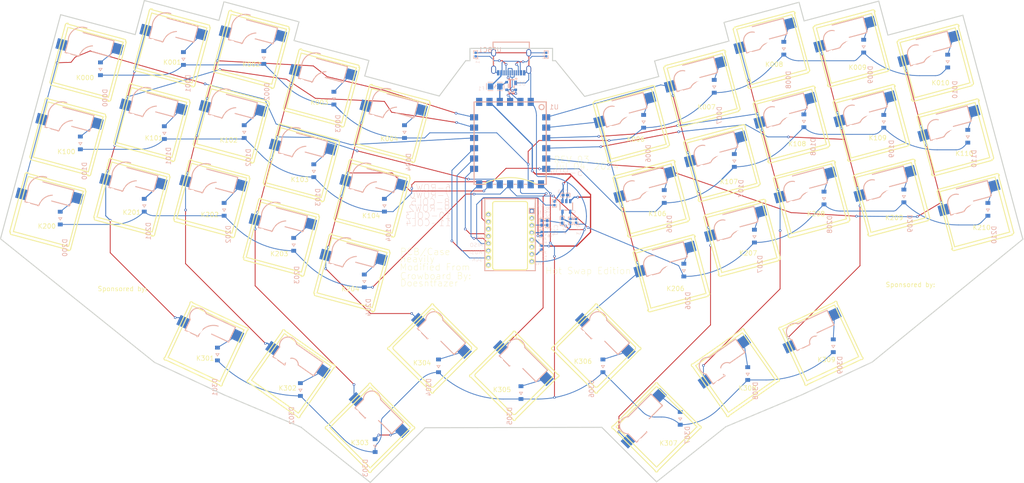
<source format=kicad_pcb>
(kicad_pcb (version 20221018) (generator pcbnew)
  (layers (0 "F.Cu" signal) (31 "B.Cu" signal) (34 "B.Paste" user) (35 "F.Paste" user) (36 "B.SilkS" user "B.Silkscreen") (37 "F.SilkS" user "F.Silkscreen") (38 "B.Mask" user) (39 "F.Mask" user) (44 "Edge.Cuts" user))
  (net 0 "")
  (net 1 "D-")
  (net 2 "R2_2")
  (net 3 "R1_1")
  (net 4 "GND")
  (net 5 "U11_15")
  (net 6 "MOSI")
  (net 7 "CS")
  (net 8 "MISO")
  (net 9 "+3V3")
  (net 10 "COL7")
  (net 11 "COL6")
  (net 12 "D303_A")
  (net 13 "COL4")
  (net 14 "COL3")
  (net 15 "COL2")
  (net 16 "COL0")
  (net 17 "COL1")
  (net 18 "COL8")
  (net 19 "COL10")
  (net 20 "COL9")
  (net 21 "ROW2")
  (net 22 "COL5")
  (net 23 "ROW1")
  (net 24 "ROW3")
  (net 25 "ROW0")
  (net 26 "D+")
  (net 27 "+5V")
  (net 28 "VBUS")
  (net 29 "SCK")
  (net 30 "+2V")
  (net 31 "U11_3")
  (net 32 "U10_4")
  (net 33 "U11_7")
  (net 34 "D102_A")
  (net 35 "D201_A")
  (net 36 "D207_A")
  (net 37 "D206_A")
  (net 38 "D308_A")
  (net 39 "D309_A")
  (net 40 "D305_A")
  (net 41 "D302_A")
  (net 42 "D301_A")
  (net 43 "D103_A")
  (net 44 "D003_A")
  (net 45 "D101_A")
  (net 46 "D202_A")
  (net 47 "D100_A")
  (net 48 "D001_A")
  (net 49 "D002_A")
  (net 50 "D000_A")
  (net 51 "D200_A")
  (net 52 "D004_A")
  (net 53 "D204_A")
  (net 54 "D304_A")
  (net 55 "D106_A")
  (net 56 "D006_A")
  (net 57 "D107_A")
  (net 58 "D007_A")
  (net 59 "D208_A")
  (net 60 "D108_A")
  (net 61 "D008_A")
  (net 62 "D009_A")
  (net 63 "D010_A")
  (net 64 "D110_A")
  (net 65 "D210_A")
  (net 66 "D209_A")
  (net 67 "D109_A")
  (net 68 "D306_A")
  (net 69 "D104_A")
  (net 70 "D203_A")
  (net 71 "D307_A")
  (footprint "easyeda:DIODE-SOD123" (layer "F.Cu") (at 81.026 85.725 -90)
    (fp_text reference "D203")
    (fp_text value "DIODE-SOD123" hide)
  )
  (footprint "easyeda:DIODE-SOD123" (layer "F.Cu") (at 116.713 115.697 -90)
    (fp_text reference "D304")
    (fp_text value "DIODE-SOD123" hide)
  )
  (footprint "easyeda:KAILH MX HOTSWAP" (layer "F.Cu") (at 244.094 58.928 15)
    (fp_text reference "K110")
    (fp_text value "Kailh MX Hotswap" hide)
  )
  (footprint "easyeda:DIODE-SOD123" (layer "F.Cu") (at 101.092 135.382 -90)
    (fp_text reference "D303")
    (fp_text value "DIODE-SOD123" hide)
  )
  (footprint "easyeda:R0402" (layer "F.Cu") (at 145.288 75.184 -90)
    (fp_text reference "R12")
    (fp_text value "10kΩ" hide)
  )
  (footprint "easyeda:KAILH MX HOTSWAP" (layer "F.Cu") (at 65.659 55.626 -15)
    (fp_text reference "K102")
    (fp_text value "Kailh MX Hotswap" hide)
  )
  (footprint "easyeda:C0402" (layer "F.Cu") (at 143.51 80.01 -90)
    (fp_text reference "C18")
    (fp_text value "100nF" hide)
  )
  (footprint "easyeda:C0402" (layer "F.Cu") (at 147.955 73.152)
    (fp_text reference "C19")
    (fp_text value "4.7uF" hide)
  )
  (footprint "easyeda:KAILH MX HOTSWAP" (layer "F.Cu") (at 41.148 73.66 -15)
    (fp_text reference "K201")
    (fp_text value "Kailh MX Hotswap" hide)
  )
  (footprint "easyeda:DIODE-SOD123" (layer "F.Cu") (at 63.881 77.089 -90)
    (fp_text reference "D202")
    (fp_text value "DIODE-SOD123" hide)
  )
  (footprint "easyeda:KAILH MX HOTSWAP" (layer "F.Cu") (at 70.612 37.211 -15)
    (fp_text reference "K002")
    (fp_text value "Kailh MX Hotswap" hide)
  )
  (footprint "easyeda:KAILH MX HOTSWAP" (layer "F.Cu") (at 191.516 83.693 15)
    (fp_text reference "K207")
    (fp_text value "Kailh MX Hotswap" hide)
  )
  (footprint "easyeda:KAILH MX HOTSWAP" (layer "F.Cu") (at 25.4 58.801 -15)
    (fp_text reference "K100")
    (fp_text value "Kailh MX Hotswap" hide)
  )
  (footprint "easyeda:C0402" (layer "F.Cu") (at 147.193 79.502 -90)
    (fp_text reference "C20")
    (fp_text value "4.7uF" hide)
  )
  (footprint "easyeda:KAILH MX HOTSWAP" (layer "F.Cu") (at 181.61 46.863 15)
    (fp_text reference "K007")
    (fp_text value "Kailh MX Hotswap" hide)
  )
  (footprint "easyeda:KAILH MX HOTSWAP" (layer "F.Cu") (at 77.978 83.566 -15)
    (fp_text reference "K203")
    (fp_text value "Kailh MX Hotswap" hide)
  )
  (footprint "easyeda:DIODE-SOD123" (layer "F.Cu") (at 73.66 39.624 -90)
    (fp_text reference "D002")
    (fp_text value "DIODE-SOD123" hide)
  )
  (footprint "easyeda:C0402" (layer "F.Cu") (at 142.113 80.01 -90)
    (fp_text reference "C17")
    (fp_text value "4.7uF" hide)
  )
  (footprint "easyeda:DIODE-SOD123" (layer "F.Cu") (at 90.932 49.657 -90)
    (fp_text reference "D003")
    (fp_text value "DIODE-SOD123" hide)
  )
  (footprint "easyeda:KAILH MX HOTSWAP" (layer "F.Cu") (at 80.391 117.221 -35)
    (fp_text reference "K302")
    (fp_text value "Kailh MX Hotswap" hide)
  )
  (footprint "easyeda:DIODE-SOD123" (layer "F.Cu") (at 242.189 40.513 -90)
    (fp_text reference "D010")
    (fp_text value "DIODE-SOD123" hide)
  )
  (footprint "easyeda:DIODE-SOD123" (layer "F.Cu") (at 226.441 55.372 -90)
    (fp_text reference "D109")
    (fp_text value "DIODE-SOD123" hide)
  )
  (footprint "easyeda:KAILH MX HOTSWAP" (layer "F.Cu") (at 20.447 77.216 -15)
    (fp_text reference "K200")
    (fp_text value "Kailh MX Hotswap" hide)
  )
  (footprint "easyeda:DIODE-SOD123" (layer "F.Cu") (at 252.095 77.089 -90)
    (fp_text reference "D210")
    (fp_text value "DIODE-SOD123" hide)
  )
  (footprint "easyeda:KAILH MX HOTSWAP" (layer "F.Cu") (at 169.164 74.041 15)
    (fp_text reference "K106")
    (fp_text value "Kailh MX Hotswap" hide)
  )
  (footprint "easyeda:DIODE-SOD123" (layer "F.Cu") (at 176.276 128.651 -90)
    (fp_text reference "D307")
    (fp_text value "DIODE-SOD123" hide)
  )
  (footprint "easyeda:DIODE-SOD123" (layer "F.Cu") (at 247.142 59.055 -90)
    (fp_text reference "D110")
    (fp_text value "DIODE-SOD123" hide)
  )
  (footprint "easyeda:KAILH MX HOTSWAP" (layer "F.Cu") (at 239.141 40.513 15)
    (fp_text reference "K010")
    (fp_text value "Kailh MX Hotswap" hide)
  )
  (footprint "easyeda:DIODE-SOD123" (layer "F.Cu") (at 53.848 39.878 -90)
    (fp_text reference "D001")
    (fp_text value "DIODE-SOD123" hide)
  )
  (footprint "easyeda:KAILH MX HOTSWAP" (layer "F.Cu") (at 115.189 110.998 -45)
    (fp_text reference "K304")
    (fp_text value "Kailh MX Hotswap" hide)
  )
  (footprint "easyeda:DIODE-SOD123" (layer "F.Cu") (at 192.913 117.602 -90)
    (fp_text reference "D308")
    (fp_text value "DIODE-SOD123" hide)
  )
  (footprint "easyeda:DIODE-SOD123" (layer "F.Cu") (at 177.165 92.075 -90)
    (fp_text reference "D206")
    (fp_text value "DIODE-SOD123" hide)
  )
  (footprint "easyeda:R0402" (layer "F.Cu") (at 150.622 79.502 -90)
    (fp_text reference "R13")
    (fp_text value "10kΩ" hide)
  )
  (footprint "easyeda:PMW3360DM-T2QU.PACK" (layer "F.Cu") (at 139.7 77.089)
    (fp_text reference "U11")
    (fp_text value "PMW3360DM-T2QU" hide)
  )
  (footprint "easyeda:R0402" (layer "F.Cu") (at 142.113 82.677 -90)
    (fp_text reference "R11")
    (fp_text value "39Ω" hide)
  )
  (footprint "easyeda:DIODE-SOD123" (layer "F.Cu") (at 28.448 60.706 -90)
    (fp_text reference "D100")
    (fp_text value "DIODE-SOD123" hide)
  )
  (footprint "easyeda:KAILH MX HOTSWAP" (layer "F.Cu") (at 100.33 73.914 -15)
    (fp_text reference "K104")
    (fp_text value "Kailh MX Hotswap" hide)
  )
  (footprint "easyeda:DIODE-SOD123" (layer "F.Cu") (at 172.339 73.914 -90)
    (fp_text reference "D106")
    (fp_text value "DIODE-SOD123" hide)
  )
  (footprint "easyeda:KAILH MX HOTSWAP" (layer "F.Cu") (at 164.211 55.626 15)
    (fp_text reference "K006")
    (fp_text value "Kailh MX Hotswap" hide)
  )
  (footprint "easyeda:DIODE-SOD123" (layer "F.Cu") (at 137.033 122.301 -90)
    (fp_text reference "D305")
    (fp_text value "DIODE-SOD123" hide)
  )
  (footprint "easyeda:R0402" (layer "F.Cu") (at 142.113 86.106 -90)
    (fp_text reference "R10")
    (fp_text value "10kΩ" hide)
  )
  (footprint "easyeda:DIODE-SOD123" (layer "F.Cu") (at 157.226 115.697 -90)
    (fp_text reference "D306")
    (fp_text value "DIODE-SOD123" hide)
  )
  (footprint "easyeda:DIODE-SOD123" (layer "F.Cu") (at 103.378 76.073 -90)
    (fp_text reference "D104")
    (fp_text value "DIODE-SOD123" hide)
  )
  (footprint "easyeda:USB-C_SMD-TYPE-C-31-M-12" (layer "F.Cu") (at 134.62 40.513 180)
    (fp_text reference "USBC1")
    (fp_text value "TYPE-C-31-M-12" hide)
  )
  (footprint "easyeda:KAILH MX HOTSWAP" (layer "F.Cu") (at 99.822 130.556 -45)
    (fp_text reference "K303")
    (fp_text value "Kailh MX Hotswap" hide)
  )
  (footprint "easyeda:KAILH MX HOTSWAP" (layer "F.Cu") (at 174.117 92.456 15)
    (fp_text reference "K206")
    (fp_text value "Kailh MX Hotswap" hide)
  )
  (footprint "easyeda:DIODE-SOD123" (layer "F.Cu") (at 184.658 46.736 -90)
    (fp_text reference "D007")
    (fp_text value "DIODE-SOD123" hide)
  )
  (footprint "easyeda:KAILH MX HOTSWAP" (layer "F.Cu") (at 223.393 55.372 15)
    (fp_text reference "K109")
    (fp_text value "Kailh MX Hotswap" hide)
  )
  (footprint "easyeda:DIODE-SOD123" (layer "F.Cu") (at 194.564 83.693 -90)
    (fp_text reference "D207")
    (fp_text value "DIODE-SOD123" hide)
  )
  (footprint "easyeda:KAILH MX HOTSWAP" (layer "F.Cu") (at 198.755 37.338 15)
    (fp_text reference "K008")
    (fp_text value "Kailh MX Hotswap" hide)
  )
  (footprint "easyeda:SOT-143_L2.9-W1.3-P1.92-LS2.3-BR" (layer "F.Cu") (at 134.62 46.228 180)
    (fp_text reference "D11")
    (fp_text value "PRTR5V0U2X,215" hide)
  )
  (footprint "easyeda:DIODE-SOD123" (layer "F.Cu") (at 231.394 73.787 -90)
    (fp_text reference "D209")
    (fp_text value "DIODE-SOD123" hide)
  )
  (footprint "easyeda:KAILH MX HOTSWAP" (layer "F.Cu") (at 60.833 74.041 -15)
    (fp_text reference "K202")
    (fp_text value "Kailh MX Hotswap" hide)
  )
  (footprint "easyeda:KAILH MX HOTSWAP" (layer "F.Cu") (at 105.283 55.499 -15)
    (fp_text reference "K004")
    (fp_text value "Kailh MX Hotswap" hide)
  )
  (footprint "easyeda:KAILH MX HOTSWAP" (layer "F.Cu") (at 210.947 109.728 25)
    (fp_text reference "K309")
    (fp_text value "Kailh MX Hotswap" hide)
  )
  (footprint "easyeda:DIODE-SOD123" (layer "F.Cu") (at 44.196 76.073 -90)
    (fp_text reference "D201")
    (fp_text value "DIODE-SOD123" hide)
  )
  (footprint "easyeda:DIODE-SOD123" (layer "F.Cu") (at 189.611 65.024 -90)
    (fp_text reference "D107")
    (fp_text value "DIODE-SOD123" hide)
  )
  (footprint "easyeda:F0805" (layer "F.Cu") (at 130.683 46.355 180)
    (fp_text reference "F1")
    (fp_text value "BSMD0805-020-15V" hide)
  )
  (footprint "easyeda:DIODE-SOD123" (layer "F.Cu") (at 201.803 37.338 -90)
    (fp_text reference "D008")
    (fp_text value "DIODE-SOD123" hide)
  )
  (footprint "easyeda:KAILH MX HOTSWAP" (layer "F.Cu") (at 51.054 36.83 -15)
    (fp_text reference "K001")
    (fp_text value "Kailh MX Hotswap" hide)
  )
  (footprint "easyeda:KAILH MX HOTSWAP" (layer "F.Cu") (at 135.382 117.729 -45)
    (fp_text reference "K305")
    (fp_text value "Kailh MX Hotswap" hide)
  )
  (footprint "easyeda:KAILH MX HOTSWAP" (layer "F.Cu") (at 46.101 55.245 -15)
    (fp_text reference "K101")
    (fp_text value "Kailh MX Hotswap" hide)
  )
  (footprint "easyeda:RP2040-CORE-A" (layer "F.Cu") (at 143.256 70.485)
    (fp_text reference "U1")
    (fp_text value "5-ROW1")
  )
  (footprint "easyeda:DIODE-SOD123" (layer "F.Cu") (at 221.488 36.83 -90)
    (fp_text reference "D009")
    (fp_text value "DIODE-SOD123" hide)
  )
  (footprint "easyeda:DIODE-SOD123" (layer "F.Cu") (at 49.149 58.166 -90)
    (fp_text reference "D101")
    (fp_text value "DIODE-SOD123" hide)
  )
  (footprint "easyeda:DIODE-SOD123" (layer "F.Cu") (at 23.495 79.248 -90)
    (fp_text reference "D200")
    (fp_text value "DIODE-SOD123" hide)
  )
  (footprint "easyeda:KAILH MX HOTSWAP" (layer "F.Cu") (at 203.708 55.753 15)
    (fp_text reference "K108")
    (fp_text value "Kailh MX Hotswap" hide)
  )
  (footprint "easyeda:KAILH MX HOTSWAP" (layer "F.Cu") (at 59.436 109.855 -25)
    (fp_text reference "K301")
    (fp_text value "Kailh MX Hotswap" hide)
  )
  (footprint "easyeda:DIODE-SOD123" (layer "F.Cu") (at 213.995 110.744 -90)
    (fp_text reference "D309")
    (fp_text value "DIODE-SOD123" hide)
  )
  (footprint "easyeda:KAILH MX HOTSWAP" (layer "F.Cu") (at 95.377 92.329 -15)
    (fp_text reference "K204")
    (fp_text value "Kailh MX Hotswap" hide)
  )
  (footprint "easyeda:DIODE-SOD123" (layer "F.Cu") (at 33.401 42.418 -90)
    (fp_text reference "D000")
    (fp_text value "DIODE-SOD123" hide)
  )
  (footprint "easyeda:KAILH MX HOTSWAP" (layer "F.Cu") (at 155.575 110.998 -45)
    (fp_text reference "K306")
    (fp_text value "Kailh MX Hotswap" hide)
  )
  (footprint "easyeda:KAILH MX HOTSWAP" (layer "F.Cu") (at 186.563 65.278 15)
    (fp_text reference "K107")
    (fp_text value "Kailh MX Hotswap" hide)
  )
  (footprint "easyeda:DIODE-SOD123" (layer "F.Cu") (at 62.23 112.776 -90)
    (fp_text reference "D301")
    (fp_text value "DIODE-SOD123" hide)
  )
  (footprint "easyeda:DIODE-SOD123" (layer "F.Cu") (at 98.425 94.742 -90)
    (fp_text reference "D204")
    (fp_text value "DIODE-SOD123" hide)
  )
  (footprint "easyeda:KAILH MX HOTSWAP" (layer "F.Cu") (at 208.661 74.168 15)
    (fp_text reference "K208")
    (fp_text value "Kailh MX Hotswap" hide)
  )
  (footprint "easyeda:DIODE-SOD123" (layer "F.Cu") (at 206.756 55.245 -90)
    (fp_text reference "D108")
    (fp_text value "DIODE-SOD123" hide)
  )
  (footprint "easyeda:KAILH MX HOTSWAP" (layer "F.Cu") (at 170.434 130.429 45)
    (fp_text reference "K307")
    (fp_text value "Kailh MX Hotswap" hide)
  )
  (footprint "easyeda:R0402" (layer "F.Cu") (at 125.857 38.481 -90)
    (fp_text reference "R1")
    (fp_text value "5.1kΩ" hide)
  )
  (footprint "easyeda:KAILH MX HOTSWAP" (layer "F.Cu") (at 249.047 77.343 15)
    (fp_text reference "K210")
    (fp_text value "Kailh MX Hotswap" hide)
  )
  (footprint "easyeda:KAILH MX HOTSWAP" (layer "F.Cu") (at 30.353 40.386 -15)
    (fp_text reference "K000")
    (fp_text value "Kailh MX Hotswap" hide)
  )
  (footprint "easyeda:KAILH MX HOTSWAP" (layer "F.Cu") (at 189.865 116.967 35)
    (fp_text reference "K308")
    (fp_text value "Kailh MX Hotswap" hide)
  )
  (footprint "easyeda:DIODE-SOD123" (layer "F.Cu") (at 211.709 74.295 -90)
    (fp_text reference "D208")
    (fp_text value "DIODE-SOD123" hide)
  )
  (footprint "easyeda:DIODE-SOD123" (layer "F.Cu") (at 108.331 57.912 -90)
    (fp_text reference "D004")
    (fp_text value "DIODE-SOD123" hide)
  )
  (footprint "easyeda:KAILH MX HOTSWAP" (layer "F.Cu") (at 228.346 73.787 15)
    (fp_text reference "K209")
    (fp_text value "Kailh MX Hotswap" hide)
  )
  (footprint "easyeda:KAILH MX HOTSWAP" (layer "F.Cu") (at 82.931 65.151 -15)
    (fp_text reference "K103")
    (fp_text value "Kailh MX Hotswap" hide)
  )
  (footprint "easyeda:R0402" (layer "F.Cu") (at 149.225 79.502 90)
    (fp_text reference "R14")
    (fp_text value "15kΩ" hide)
  )
  (footprint "easyeda:SOT-23-5_L3.0-W1.7-P0.95-LS2.8-BR" (layer "F.Cu") (at 148.209 75.946 -90)
    (fp_text reference "U10")
    (fp_text value "AP2127K-ADJTRG1" hide)
  )
  (footprint "easyeda:R0402" (layer "F.Cu") (at 143.256 38.481 90)
    (fp_text reference "R2")
    (fp_text value "5.1kΩ" hide)
  )
  (footprint "easyeda:KAILH MX HOTSWAP" (layer "F.Cu") (at 218.44 36.957 15)
    (fp_text reference "K009")
    (fp_text value "Kailh MX Hotswap" hide)
  )
  (footprint "easyeda:DIODE-SOD123" (layer "F.Cu") (at 167.259 55.372 -90)
    (fp_text reference "D006")
    (fp_text value "DIODE-SOD123" hide)
  )
  (footprint "easyeda:KAILH MX HOTSWAP" (layer "F.Cu") (at 87.884 46.736 -15)
    (fp_text reference "K003")
    (fp_text value "Kailh MX Hotswap" hide)
  )
  (footprint "easyeda:DIODE-SOD123" (layer "F.Cu") (at 68.834 57.912 -90)
    (fp_text reference "D102")
    (fp_text value "DIODE-SOD123" hide)
  )
  (footprint "easyeda:DIODE-SOD123" (layer "F.Cu") (at 82.677 121.539 -90)
    (fp_text reference "D302")
    (fp_text value "DIODE-SOD123" hide)
  )
  (footprint "easyeda:DIODE-SOD123" (layer "F.Cu") (at 85.979 67.564 -90)
    (fp_text reference "D103")
    (fp_text value "DIODE-SOD123" hide)
  )
  (gr_arc (start 68.834 59.062) (mid 68.552753 59.249923) (end 68.221 59.315913) (stroke (width 0.3)) (layer "B.Cu"))
  (gr_arc (start 186.648 69.137) (mid 180.082975 73.523609) (end 172.339 75.063982) (stroke (width 0.2)) (layer "B.Cu"))
  (gr_arc (start 98.425 95.892) (mid 90.681018 94.351626) (end 84.115987 89.965013) (stroke (width 0.2)) (layer "B.Cu"))
  (gr_arc (start 171.66 127.889) (mid 174.158157 128.385914) (end 176.275993 129.801007) (stroke (width 0.2)) (layer "B.Cu"))
  (gr_arc (start 132.656 123.451) (mid 124.027637 121.734712) (end 116.712863 116.847137) (stroke (width 0.2)) (layer "B.Cu"))
  (gr_arc (start 207.789 79.365) (mid 201.721318 83.419295) (end 194.564 84.842974) (stroke (width 0.2)) (layer "B.Cu"))
  (gr_arc (start 229.517 76.815) (mid 229.212806 77.018254) (end 228.853984 77.089624) (stroke (width 0.2)) (layer "B.Cu"))
  (gr_arc (start 150.997 80.309) (mid 150.732542 80.199458) (end 150.623 79.935) (stroke (width 0.2)) (layer "B.Cu"))
  (gr_arc (start 53.848 41.028) (mid 51.034614 42.907844) (end 47.716 43.567958) (stroke (width 0.2)) (layer "B.Cu"))
  (gr_arc (start 141.351 68.58) (mid 140.99179 68.43121) (end 140.843 68.072) (stroke (width 0.2)) (layer "B.Cu"))
  (gr_arc (start 81.026 86.875) (mid 73.164917 85.311333) (end 66.500613 80.858387) (stroke (width 0.2)) (layer "B.Cu"))
  (gr_arc (start 101.092 135.719) (mid 101.223993 135.055427) (end 101.599877 134.492877) (stroke (width 0.2)) (layer "B.Cu"))
  (gr_arc (start 182.218 50.326) (mid 175.35437 54.911799) (end 167.258293 56.521928) (stroke (width 0.2)) (layer "B.Cu"))
  (gr_arc (start 102.616 132.04) (mid 102.351938 133.367529) (end 101.599953 134.492953) (stroke (width 0.2)) (layer "B.Cu"))
  (gr_arc (start 112.365 118.648) (mid 114.359879 117.315064) (end 116.713 116.846999) (stroke (width 0.2)) (layer "B.Cu"))
  (gr_arc (start 90.932 50.807) (mid 84.244224 49.476719) (end 78.574602 45.688398) (stroke (width 0.2)) (layer "B.Cu"))
  (gr_arc (start 202.186 60.966) (mid 196.416541 64.821029) (end 189.611 66.174736) (stroke (width 0.2)) (layer "B.Cu"))
  (gr_arc (start 213.995 111.894) (mid 206.398584 116.969763) (end 197.438 118.752134) (stroke (width 0.2)) (layer "B.Cu"))
  (gr_arc (start 246.184 61.163) (mid 245.282985 61.764707) (end 244.220293 61.975808) (stroke (width 0.2)) (layer "B.Cu"))
  (gr_arc (start 46.649 78.239) (mid 45.321471 77.974938) (end 44.196047 77.222953) (stroke (width 0.2)) (layer "B.Cu"))
  (gr_arc (start 49.149 59.316) (mid 46.335614 61.195844) (end 43.017 61.855958) (stroke (width 0.2)) (layer "B.Cu"))
  (gr_arc (start 101.092 136.532) (mid 96.86794 135.691782) (end 93.286955 133.299045) (stroke (width 0.2)) (layer "B.Cu"))
  (gr_arc (start 103.378 77.223) (mid 95.164848 75.589303) (end 88.202074 70.936926) (stroke (width 0.2)) (layer "B.Cu"))
  (gr_arc (start 240.888 42.965) (mid 240.08647 43.500565) (end 239.141 43.688631) (stroke (width 0.2)) (layer "B.Cu"))
  (gr_arc (start 239.608 61.976) (mid 232.482052 60.558561) (end 226.440965 56.522035) (stroke (width 0.2)) (layer "B.Cu"))
  (gr_arc (start 143.383 68.58) (mid 150.297797 71.444203) (end 153.162 78.359) (stroke (width 0.2)) (layer "B.Cu"))
  (gr_arc (start 197.883 42.408) (mid 191.815318 46.462295) (end 184.658 47.885974) (stroke (width 0.2)) (layer "B.Cu"))
  (gr_arc (start 235.268 43.688) (mid 227.810265 42.204564) (end 221.487903 37.980097) (stroke (width 0.2)) (layer "B.Cu"))
  (gr_arc (start 225.521 57.443) (mid 224.71947 57.978565) (end 223.774 58.166631) (stroke (width 0.2)) (layer "B.Cu"))
  (gr_arc (start 82.677 122.689) (mid 71.882266 120.541794) (end 62.730932 114.427068) (stroke (width 0.2)) (layer "B.Cu"))
  (gr_arc (start 219.738 39.731) (mid 219.433806 39.934254) (end 219.074984 40.005624) (stroke (width 0.2)) (layer "B.Cu"))
  (gr_arc (start 73.66 40.774) (mid 73.378753 40.961923) (end 73.047 41.027913) (stroke (width 0.3)) (layer "B.Cu"))
  (gr_arc (start 139.436 50.155) (mid 140.477471 51.713174) (end 140.843376 53.551293) (stroke (width 0.2)) (layer "B.Cu"))
  (gr_arc (start 143.266 64.135) (mid 143.258929 64.132071) (end 143.256 64.125) (stroke (width 0.2)) (layer "B.Cu"))
  (gr_arc (start 85.979 68.714) (mid 79.056257 67.336981) (end 73.187438 63.415562) (stroke (width 0.2)) (layer "B.Cu"))
  (gr_arc (start 215.678 77.089) (mid 213.529998 76.661736) (end 211.70901 75.44499) (stroke (width 0.2)) (layer "B.Cu"))
  (gr_arc (start 157.226 116.847) (mid 149.911289 121.734533) (end 141.283 123.450807) (stroke (width 0.2)) (layer "B.Cu"))
  (gr_arc (start 169.988 127.889) (mid 168.399098 127.572948) (end 167.052093 126.672907) (stroke (width 0.2)) (layer "B.Cu"))
  (gr_arc (start 108.331 59.062) (mid 99.883263 57.381641) (end 92.721618 52.596382) (stroke (width 0.2)) (layer "B.Cu"))
  (gr_arc (start 44.196 77.223) (mid 40.679268 79.572805) (end 36.531 80.397947) (stroke (width 0.2)) (layer "B.Cu"))
  (gr_arc (start 185.815 125.85) (mid 181.438087 128.774228) (end 176.275293 129.80089) (stroke (width 0.2)) (layer "B.Cu"))
  (gr_arc (start 244.867 80.518) (mid 237.57535 79.067601) (end 231.393787 74.937213) (stroke (width 0.2)) (layer "B.Cu"))
  (gr_arc (start 250.45 79.884) (mid 249.748395 80.353125) (end 248.920669 80.51804) (stroke (width 0.2)) (layer "B.Cu"))
  (gr_arc (start 102.616 128.936) (mid 102.715033 128.438129) (end 102.997054 128.016054) (stroke (width 0.2)) (layer "B.Cu"))
  (gr_arc (start 143.266 61.595) (mid 143.258929 61.592071) (end 143.256 61.585) (stroke (width 0.2)) (layer "B.Cu"))
  (gr_arc (start 211.031 58.166) (mid 208.717296 57.705776) (end 206.755832 56.395168) (stroke (width 0.2)) (layer "B.Cu"))
  (gr_arc (start 205.465 40.005) (mid 203.483083 39.610772) (end 201.802894 38.488106) (stroke (width 0.2)) (layer "B.Cu"))
  (gr_arc (start 192.558 86.849) (mid 185.495632 91.567924) (end 177.165 93.224989) (stroke (width 0.2)) (layer "B.Cu"))
  (gr_arc (start 153.162 78.359) (mid 149.884818 86.270818) (end 141.973 89.548) (stroke (width 0.2)) (layer "B.Cu"))
  (gr_line (start 140.305 77.642) (end 139.105 77.642) (stroke (width 0.254)) (layer "B.SilkS"))
  (gr_line (start 140.305 76.442) (end 140.305 77.642) (stroke (width 0.254)) (layer "B.SilkS"))
  (gr_line (start 125.471 70.5) (end 125.47 50.17) (stroke (width 0.254)) (layer "B.SilkS"))
  (gr_line (start 139.105 77.642) (end 139.105 76.442) (stroke (width 0.254)) (layer "B.SilkS"))
  (gr_line (start 143.25 50.17) (end 143.25 70.5) (stroke (width 0.254)) (layer "B.SilkS"))
  (gr_line (start 125.47 50.17) (end 143.25 50.17) (stroke (width 0.254)) (layer "B.SilkS"))
  (gr_line (start 143.25 70.5) (end 140.928 70.5) (stroke (width 0.254)) (layer "B.SilkS"))
  (gr_line (start 139.105 76.442) (end 140.305 76.442) (stroke (width 0.254)) (layer "B.SilkS"))
  (gr_line (start 127.65 70.5) (end 125.471 70.5) (stroke (width 0.254)) (layer "B.SilkS"))
  (gr_line (start 140.005 84.682) (end 139.861 84.742) (stroke (width 0.254)) (layer "F.SilkS"))
  (gr_line (start 129.605 90.392) (end 129.585 90.547) (stroke (width 0.254)) (layer "F.SilkS"))
  (gr_line (start 128.85 83.852) (end 128.705 83.792) (stroke (width 0.254)) (layer "F.SilkS"))
  (gr_line (start 140.225 85.642) (end 140.285 85.787) (stroke (width 0.254)) (layer "F.SilkS"))
  (gr_line (start 140.285 80.757) (end 140.225 80.902) (stroke (width 0.254)) (layer "F.SilkS"))
  (gr_line (start 139.281 79.246) (end 139.186 79.122) (stroke (width 0.254)) (layer "F.SilkS"))
  (gr_line (start 128.405 85.052) (end 128.426 84.897) (stroke (width 0.254)) (layer "F.SilkS"))
  (gr_line (start 105.232 82.54) (end 91.679 78.894) (stroke (width 0.254)) (layer "F.SilkS"))
  (gr_line (start 129.005 90.992) (end 128.85 90.972) (stroke (width 0.254)) (layer "F.SilkS"))
  (gr_line (start 128.581 89.036) (end 128.486 88.912) (stroke (width 0.254)) (layer "F.SilkS"))
  (gr_line (start 139.861 88.922) (end 140.005 88.982) (stroke (width 0.254)) (layer "F.SilkS"))
  (gr_line (start 203.795 28.627) (end 207.437 42.218) (stroke (width 0.254)) (layer "F.SilkS"))
  (gr_line (start 129.43 82.848) (end 129.525 82.972) (stroke (width 0.254)) (layer "F.SilkS"))
  (gr_line (start 70.632 64.166) (end 57.079 60.519) (stroke (width 0.254)) (layer "F.SilkS"))
  (gr_line (start 140.13 85.518) (end 140.225 85.642) (stroke (width 0.254)) (layer "F.SilkS"))
  (gr_line (start 193.845 45.86) (end 190.199 32.307) (stroke (width 0.254)) (layer "F.SilkS"))
  (gr_line (start 139.705 84.762) (end 139.55 84.742) (stroke (width 0.254)) (layer "F.SilkS"))
  (gr_line (start 140.225 89.802) (end 140.13 89.926) (stroke (width 0.254)) (layer "F.SilkS"))
  (gr_line (start 128.405 88.612) (end 128.426 88.457) (stroke (width 0.254)) (layer "F.SilkS"))
  (gr_line (start 230.449 35.557) (end 230.484 35.495) (stroke (width 0.254)) (layer "F.SilkS"))
  (gr_line (start 130.364 74.776) (end 130.603 74.722) (stroke (width 0.254)) (layer "F.SilkS"))
  (gr_line (start 144.923 117.957) (end 135.731 127.149) (stroke (width 0.254)) (layer "F.SilkS"))
  (gr_line (start 139.281 84.586) (end 139.186 84.462) (stroke (width 0.254)) (layer "F.SilkS"))
  (gr_line (start 139.55 86.522) (end 139.405 86.462) (stroke (width 0.254)) (layer "F.SilkS"))
  (gr_line (start 135.024 127.149) (end 125.831 117.957) (stroke (width 0.254)) (layer "F.SilkS"))
  (gr_line (start 72.964 74.901) (end 86.555 78.543) (stroke (width 0.254)) (layer "F.SilkS"))
  (gr_line (start 128.85 85.632) (end 128.705 85.572) (stroke (width 0.254)) (layer "F.SilkS"))
  (gr_line (start 139.186 85.642) (end 139.281 85.518) (stroke (width 0.254)) (layer "F.SilkS"))
  (gr_line (start 128.581 78.356) (end 128.486 78.232) (stroke (width 0.254)) (layer "F.SilkS"))
  (gr_line (start 129.525 88.912) (end 129.43 89.036) (stroke (width 0.254)) (layer "F.SilkS"))
  (gr_line (start 139.281 86.366) (end 139.186 86.242) (stroke (width 0.254)) (layer "F.SilkS"))
  (gr_line (start 128.85 77.352) (end 129.005 77.332) (stroke (width 0.254)) (layer "F.SilkS"))
  (gr_line (start 129.525 85.352) (end 129.43 85.476) (stroke (width 0.254)) (layer "F.SilkS"))
  (gr_line (start 138.103 74.722) (end 138.341 74.776) (stroke (width 0.254)) (layer "F.SilkS"))
  (gr_line (start 57.079 60.519) (end 60.721 46.927) (stroke (width 0.254)) (layer "F.SilkS"))
  (gr_line (start 139.105 84.162) (end 139.126 84.007) (stroke (width 0.254)) (layer "F.SilkS"))
  (gr_arc (start 146.037 111.221) (mid 145.890783 110.867996) (end 146.037006 110.514994) (stroke (width 0.254)) (layer "F.SilkS"))
  (gr_line (start 129.43 79.288) (end 129.525 79.412) (stroke (width 0.254)) (layer "F.SilkS"))
  (gr_line (start 139.405 84.682) (end 139.281 84.586) (stroke (width 0.254)) (layer "F.SilkS"))
  (gr_line (start 139.105 78.822) (end 139.126 78.667) (stroke (width 0.254)) (layer "F.SilkS"))
  (gr_line (start 129.605 86.832) (end 129.585 86.987) (stroke (width 0.254)) (layer "F.SilkS"))
  (gr_line (start 219.649 68.807) (end 219.684 68.745) (stroke (width 0.254)) (layer "F.SilkS"))
  (gr_line (start 128.581 81.068) (end 128.705 80.972) (stroke (width 0.254)) (layer "F.SilkS"))
  (gr_line (start 140.285 80.447) (end 140.305 80.602) (stroke (width 0.254)) (layer "F.SilkS"))
  (gr_line (start 172.837 60.593) (end 159.245 64.235) (stroke (width 0.254)) (layer "F.SilkS"))
  (gr_line (start 128.486 90.692) (end 128.426 90.547) (stroke (width 0.254)) (layer "F.SilkS"))
  (gr_line (start 32.547 78.592) (end 36.189 65.001) (stroke (width 0.254)) (layer "F.SilkS"))
  (gr_line (start 129.161 82.072) (end 129.005 82.092) (stroke (width 0.254)) (layer "F.SilkS"))
  (gr_line (start 11.947 82.142) (end 15.589 68.551) (stroke (width 0.254)) (layer "F.SilkS"))
  (gr_line (start 139.105 85.942) (end 139.126 85.787) (stroke (width 0.254)) (layer "F.SilkS"))
  (gr_line (start 139.55 81.802) (end 139.705 81.782) (stroke (width 0.254)) (layer "F.SilkS"))
  (gr_line (start 128.426 83.117) (end 128.486 82.972) (stroke (width 0.254)) (layer "F.SilkS"))
  (gr_line (start 128.705 86.312) (end 128.85 86.252) (stroke (width 0.254)) (layer "F.SilkS"))
  (gr_line (start 129.005 84.452) (end 129.161 84.472) (stroke (width 0.254)) (layer "F.SilkS"))
  (gr_line (start 140.225 82.682) (end 140.13 82.806) (stroke (width 0.254)) (layer "F.SilkS"))
  (gr_line (start 82.141 126.901) (end 70.652 118.838) (stroke (width 0.254)) (layer "F.SilkS"))
  (gr_line (start 91.679 78.894) (end 95.32 65.302) (stroke (width 0.254)) (layer "F.SilkS"))
  (gr_line (start 140.005 79.342) (end 139.861 79.402) (stroke (width 0.254)) (layer "F.SilkS"))
  (gr_line (start 140.13 88.146) (end 140.005 88.242) (stroke (width 0.254)) (layer "F.SilkS"))
  (gr_line (start 129.005 80.312) (end 128.85 80.292) (stroke (width 0.254)) (layer "F.SilkS"))
  (gr_line (start 129.005 80.892) (end 129.161 80.912) (stroke (width 0.254)) (layer "F.SilkS"))
  (gr_line (start 46.058 28.239) (end 59.611 31.885) (stroke (width 0.254)) (layer "F.SilkS"))
  (gr_line (start 130.053 91.022) (end 130.053 75.272) (stroke (width 0.254)) (layer "F.SilkS"))
  (gr_line (start 128.705 89.872) (end 128.85 89.812) (stroke (width 0.254)) (layer "F.SilkS"))
  (gr_line (start 139.105 80.602) (end 139.126 80.447) (stroke (width 0.254)) (layer "F.SilkS"))
  (gr_line (start 77.845 56.527) (end 91.437 60.169) (stroke (width 0.254)) (layer "F.SilkS"))
  (gr_line (start 140.005 82.902) (end 139.861 82.962) (stroke (width 0.254)) (layer "F.SilkS"))
  (gr_line (start 129.585 90.237) (end 129.605 90.392) (stroke (width 0.254)) (layer "F.SilkS"))
  (gr_line (start 128.405 77.932) (end 128.426 77.777) (stroke (width 0.254)) (layer "F.SilkS"))
  (gr_line (start 140.225 83.862) (end 140.285 84.007) (stroke (width 0.254)) (layer "F.SilkS"))
  (gr_line (start 82.937 92.104) (end 82.876 92.139) (stroke (width 0.254)) (layer "F.SilkS"))
  (gr_line (start 54.661 50.269) (end 51.02 63.86) (stroke (width 0.254)) (layer "F.SilkS"))
  (gr_line (start 213.495 45.56) (end 209.849 32.007) (stroke (width 0.254)) (layer "F.SilkS"))
  (gr_line (start 129.525 86.532) (end 129.585 86.677) (stroke (width 0.254)) (layer "F.SilkS"))
  (gr_arc (start 165.129 110.514) (mid 165.275632 110.868004) (end 165.128994 111.222006) (stroke (width 0.254)) (layer "F.SilkS"))
  (gr_line (start 139.126 84.317) (end 139.105 84.162) (stroke (width 0.254)) (layer "F.SilkS"))
  (gr_line (start 129.585 79.867) (end 129.525 80.012) (stroke (width 0.254)) (layer "F.SilkS"))
  (gr_line (start 128.426 79.557) (end 128.486 79.412) (stroke (width 0.254)) (layer "F.SilkS"))
  (gr_line (start 140.285 82.537) (end 140.225 82.682) (stroke (width 0.254)) (layer "F.SilkS"))
  (gr_line (start 139.186 87.422) (end 139.281 87.298) (stroke (width 0.254)) (layer "F.SilkS"))
  (gr_line (start 160.492 130.311) (end 170.406 120.376) (stroke (width 0.254)) (layer "F.SilkS"))
  (gr_line (start 170.406 120.376) (end 170.477 120.376) (stroke (width 0.254)) (layer "F.SilkS"))
  (gr_line (start 173.109 41.845) (end 186.67 38.227) (stroke (width 0.254)) (layer "F.SilkS"))
  (gr_line (start 65.688 28.568) (end 79.241 32.215) (stroke (width 0.254)) (layer "F.SilkS"))
  (gr_line (start 129.525 80.012) (end 129.43 80.136) (stroke (width 0.254)) (layer "F.SilkS"))
  (gr_line (start 128.426 85.207) (end 128.405 85.052) (stroke (width 0.254)) (layer "F.SilkS"))
  (gr_line (start 138.533 74.929) (end 138.598 75.033) (stroke (width 0.254)) (layer "F.SilkS"))
  (gr_line (start 196.47 75.027) (end 200.112 88.618) (stroke (width 0.254)) (layer "F.SilkS"))
  (gr_line (start 186.52 92.26) (end 182.874 78.707) (stroke (width 0.254)) (layer "F.SilkS"))
  (gr_line (start 139.861 80.022) (end 140.005 80.082) (stroke (width 0.254)) (layer "F.SilkS"))
  (gr_line (start 139.861 88.302) (end 139.705 88.322) (stroke (width 0.254)) (layer "F.SilkS"))
  (gr_line (start 203.645 82.66) (end 199.999 69.107) (stroke (width 0.254)) (layer "F.SilkS"))
  (gr_line (start 128.85 80.912) (end 129.005 80.892) (stroke (width 0.254)) (layer "F.SilkS"))
  (gr_line (start 30.42 67.41) (end 16.829 63.769) (stroke (width 0.254)) (layer "F.SilkS"))
  (gr_line (start 139.186 82.682) (end 139.126 82.537) (stroke (width 0.254)) (layer "F.SilkS"))
  (gr_line (start 128.581 83.696) (end 128.486 83.572) (stroke (width 0.254)) (layer "F.SilkS"))
  (gr_line (start 96.631 60.495) (end 100.249 46.934) (stroke (width 0.254)) (layer "F.SilkS"))
  (gr_line (start 129.585 81.337) (end 129.605 81.492) (stroke (width 0.254)) (layer "F.SilkS"))
  (gr_line (start 139.705 85.342) (end 139.861 85.362) (stroke (width 0.254)) (layer "F.SilkS"))
  (gr_line (start 129.161 83.852) (end 129.005 83.872) (stroke (width 0.254)) (layer "F.SilkS"))
  (gr_line (start 177.984 60.27) (end 191.545 56.652) (stroke (width 0.254)) (layer "F.SilkS"))
  (gr_line (start 139.705 90.102) (end 139.55 90.082) (stroke (width 0.254)) (layer "F.SilkS"))
  (gr_line (start 146.037 111.221) (end 155.229 120.414) (stroke (width 0.254)) (layer "F.SilkS"))
  (gr_line (start 129.305 87.352) (end 129.161 87.412) (stroke (width 0.254)) (layer "F.SilkS"))
  (gr_line (start 139.55 83.582) (end 139.705 83.562) (stroke (width 0.254)) (layer "F.SilkS"))
  (gr_line (start 130.603 74.722) (end 138.103 74.722) (stroke (width 0.254)) (layer "F.SilkS"))
  (gr_line (start 139.186 82.082) (end 139.281 81.958) (stroke (width 0.254)) (layer "F.SilkS"))
  (gr_line (start 38.999 35.424) (end 35.357 49.015) (stroke (width 0.254)) (layer "F.SilkS"))
  (gr_line (start 188.155 126.732) (end 180.084 115.206) (stroke (width 0.254)) (layer "F.SilkS"))
  (gr_line (start 177.712 79.018) (end 164.12 82.66) (stroke (width 0.254)) (layer "F.SilkS"))
  (gr_line (start 199.999 69.107) (end 200.034 69.045) (stroke (width 0.254)) (layer "F.SilkS"))
  (gr_line (start 129.43 80.136) (end 129.305 80.232) (stroke (width 0.254)) (layer "F.SilkS"))
  (gr_line (start 217.237 79.018) (end 203.645 82.66) (stroke (width 0.254)) (layer "F.SilkS"))
  (gr_line (start 218.37 63.985) (end 214.724 50.432) (stroke (width 0.254)) (layer "F.SilkS"))
  (gr_line (start 128.405 83.272) (end 128.426 83.117) (stroke (width 0.254)) (layer "F.SilkS"))
  (gr_line (start 124.718 110.514) (end 115.525 101.322) (stroke (width 0.254)) (layer "F.SilkS"))
  (gr_line (start 128.85 89.812) (end 129.005 89.792) (stroke (width 0.254)) (layer "F.SilkS"))
  (gr_line (start 139.105 87.722) (end 139.126 87.567) (stroke (width 0.254)) (layer "F.SilkS"))
  (gr_line (start 139.186 80.302) (end 139.281 80.178) (stroke (width 0.254)) (layer "F.SilkS"))
  (gr_line (start 128.581 89.968) (end 128.705 89.872) (stroke (width 0.254)) (layer "F.SilkS"))
  (gr_line (start 128.581 88.188) (end 128.705 88.092) (stroke (width 0.254)) (layer "F.SilkS"))
  (gr_line (start 34.062 53.819) (end 30.42 67.41) (stroke (width 0.254)) (layer "F.SilkS"))
  (gr_line (start 139.705 86.542) (end 139.55 86.522) (stroke (width 0.254)) (layer "F.SilkS"))
  (gr_line (start 140.285 85.787) (end 140.305 85.942) (stroke (width 0.254)) (layer "F.SilkS"))
  (gr_line (start 129.605 88.612) (end 129.585 88.767) (stroke (width 0.254)) (layer "F.SilkS"))
  (gr_line (start 234.095 49.11) (end 230.449 35.557) (stroke (width 0.254)) (layer "F.SilkS"))
  (gr_line (start 128.426 88.767) (end 128.405 88.612) (stroke (width 0.254)) (layer "F.SilkS"))
  (gr_line (start 74.204 70.119) (end 77.845 56.527) (stroke (width 0.254)) (layer "F.SilkS"))
  (gr_line (start 128.581 80.136) (end 128.486 80.012) (stroke (width 0.254)) (layer "F.SilkS"))
  (gr_line (start 155.229 101.322) (end 146.037 110.514) (stroke (width 0.254)) (layer "F.SilkS"))
  (gr_line (start 139.105 82.382) (end 139.126 82.227) (stroke (width 0.254)) (layer "F.SilkS"))
  (gr_line (start 155.936 120.414) (end 165.129 111.221) (stroke (width 0.254)) (layer "F.SilkS"))
  (gr_line (start 207.497 118.968) (end 201.55 106.216) (stroke (width 0.254)) (layer "F.SilkS"))
  (gr_line (start 89.942 130.488) (end 99.856 120.553) (stroke (width 0.254)) (layer "F.SilkS"))
  (gr_line (start 75.599 45.806) (end 62.008 42.164) (stroke (width 0.254)) (layer "F.SilkS"))
  (gr_line (start 50.084 113.198) (end 56.002 100.472) (stroke (width 0.254)) (layer "F.SilkS"))
  (gr_line (start 139.126 82.227) (end 139.186 82.082) (stroke (width 0.254)) (layer "F.SilkS"))
  (gr_line (start 129.585 83.427) (end 129.525 83.572) (stroke (width 0.254)) (layer "F.SilkS"))
  (gr_line (start 130.364 91.518) (end 130.173 91.365) (stroke (width 0.254)) (layer "F.SilkS"))
  (gr_line (start 140.13 84.586) (end 140.005 84.682) (stroke (width 0.254)) (layer "F.SilkS"))
  (gr_line (start 129.585 83.117) (end 129.605 83.272) (stroke (width 0.254)) (layer "F.SilkS"))
  (gr_line (start 128.705 90.912) (end 128.581 90.816) (stroke (width 0.254)) (layer "F.SilkS"))
  (gr_line (start 140.13 80.178) (end 140.225 80.302) (stroke (width 0.254)) (layer "F.SilkS"))
  (gr_line (start 129.005 85.652) (end 128.85 85.632) (stroke (width 0.254)) (layer "F.SilkS"))
  (gr_line (start 100.31 46.899) (end 113.864 50.546) (stroke (width 0.254)) (layer "F.SilkS"))
  (gr_line (start 140.13 78.398) (end 140.225 78.522) (stroke (width 0.254)) (layer "F.SilkS"))
  (gr_line (start 247.687 45.468) (end 234.095 49.11) (stroke (width 0.254)) (layer "F.SilkS"))
  (gr_line (start 214.264 100.271) (end 214.331 100.295) (stroke (width 0.254)) (layer "F.SilkS"))
  (gr_line (start 108.91 68.943) (end 105.293 82.505) (stroke (width 0.254)) (layer "F.SilkS"))
  (gr_line (start 165.434 87.42) (end 178.995 83.802) (stroke (width 0.254)) (layer "F.SilkS"))
  (gr_line (start 139.126 85.787) (end 139.186 85.642) (stroke (width 0.254)) (layer "F.SilkS"))
  (gr_line (start 139.861 84.742) (end 139.705 84.762) (stroke (width 0.254)) (layer "F.SilkS"))
  (gr_line (start 139.705 87.122) (end 139.861 87.142) (stroke (width 0.254)) (layer "F.SilkS"))
  (gr_line (start 21.766 45.373) (end 25.384 31.812) (stroke (width 0.254)) (layer "F.SilkS"))
  (gr_line (start 128.426 77.777) (end 128.486 77.632) (stroke (width 0.254)) (layer "F.SilkS"))
  (gr_line (start 129.161 87.412) (end 129.005 87.432) (stroke (width 0.254)) (layer "F.SilkS"))
  (gr_line (start 139.126 87.877) (end 139.105 87.722) (stroke (width 0.254)) (layer "F.SilkS"))
  (gr_line (start 257.487 82.268) (end 243.895 85.91) (stroke (width 0.254)) (layer "F.SilkS"))
  (gr_line (start 129.305 90.912) (end 129.161 90.972) (stroke (width 0.254)) (layer "F.SilkS"))
  (gr_line (start 129.161 78.512) (end 129.005 78.532) (stroke (width 0.254)) (layer "F.SilkS"))
  (gr_line (start 139.281 78.398) (end 139.405 78.302) (stroke (width 0.254)) (layer "F.SilkS"))
  (gr_line (start 139.126 80.757) (end 139.105 80.602) (stroke (width 0.254)) (layer "F.SilkS"))
  (gr_line (start 140.13 83.738) (end 140.225 83.862) (stroke (width 0.254)) (layer "F.SilkS"))
  (gr_line (start 230.484 35.495) (end 244.045 31.877) (stroke (width 0.254)) (layer "F.SilkS"))
  (gr_line (start 139.55 81.182) (end 139.405 81.122) (stroke (width 0.254)) (layer "F.SilkS"))
  (gr_line (start 128.705 78.452) (end 128.581 78.356) (stroke (width 0.254)) (layer "F.SilkS"))
  (gr_line (start 129.525 90.692) (end 129.43 90.816) (stroke (width 0.254)) (layer "F.SilkS"))
  (gr_line (start 139.186 84.462) (end 139.126 84.317) (stroke (width 0.254)) (layer "F.SilkS"))
  (gr_line (start 128.486 87.132) (end 128.426 86.987) (stroke (width 0.254)) (layer "F.SilkS"))
  (gr_line (start 198.72 64.285) (end 195.074 50.732) (stroke (width 0.254)) (layer "F.SilkS"))
  (gr_line (start 99.856 120.553) (end 99.927 120.553) (stroke (width 0.254)) (layer "F.SilkS"))
  (gr_line (start 60.721 46.927) (end 74.312 50.569) (stroke (width 0.254)) (layer "F.SilkS"))
  (gr_line (start 129.43 81.916) (end 129.305 82.012) (stroke (width 0.254)) (layer "F.SilkS"))
  (gr_line (start 125.831 117.249) (end 135.024 108.057) (stroke (width 0.254)) (layer "F.SilkS"))
  (gr_line (start 128.705 82.752) (end 128.85 82.692) (stroke (width 0.254)) (layer "F.SilkS"))
  (gr_line (start 79.227 51.708) (end 82.868 38.117) (stroke (width 0.254)) (layer "F.SilkS"))
  (gr_line (start 252.562 63.893) (end 238.97 67.535) (stroke (width 0.254)) (layer "F.SilkS"))
  (gr_line (start 68.783 106.393) (end 62.836 119.145) (stroke (width 0.254)) (layer "F.SilkS"))
  (gr_line (start 128.486 82.972) (end 128.581 82.848) (stroke (width 0.254)) (layer "F.SilkS"))
  (gr_line (start 170.442 140.261) (end 160.492 130.311) (stroke (width 0.254)) (layer "F.SilkS"))
  (gr_line (start 129.605 81.492) (end 129.585 81.647) (stroke (width 0.254)) (layer "F.SilkS"))
  (gr_line (start 128.85 87.412) (end 128.705 87.352) (stroke (width 0.254)) (layer "F.SilkS"))
  (gr_line (start 129.005 82.672) (end 129.161 82.692) (stroke (width 0.254)) (layer "F.SilkS"))
  (gr_arc (start 155.229 101.322) (mid 155.582297 101.175075) (end 155.936006 101.321006) (stroke (width 0.254)) (layer "F.SilkS"))
  (gr_line (start 173.074 41.907) (end 173.109 41.845) (stroke (width 0.254)) (layer "F.SilkS"))
  (gr_line (start 129.161 86.252) (end 129.305 86.312) (stroke (width 0.254)) (layer "F.SilkS"))
  (gr_line (start 105.626 111.221) (end 114.818 120.414) (stroke (width 0.254)) (layer "F.SilkS"))
  (gr_line (start 128.581 87.256) (end 128.486 87.132) (stroke (width 0.254)) (layer "F.SilkS"))
  (gr_arc (start 135.731 127.149) (mid 135.377013 127.295632) (end 135.023019 127.149019) (stroke (width 0.254)) (layer "F.SilkS"))
  (gr_line (start 160.474 69.107) (end 160.509 69.045) (stroke (width 0.254)) (layer "F.SilkS"))
  (gr_line (start 46.162 82.204) (end 46.101 82.239) (stroke (width 0.254)) (layer "F.SilkS"))
  (gr_line (start 86.555 78.543) (end 82.937 92.104) (stroke (width 0.254)) (layer "F.SilkS"))
  (gr_line (start 129.305 86.312) (end 129.43 86.408) (stroke (width 0.254)) (layer "F.SilkS"))
  (gr_line (start 140.305 89.502) (end 140.285 89.657) (stroke (width 0.254)) (layer "F.SilkS"))
  (gr_line (start 135.731 108.057) (end 144.923 117.249) (stroke (width 0.254)) (layer "F.SilkS"))
  (gr_line (start 129.585 88.767) (end 129.525 88.912) (stroke (width 0.254)) (layer "F.SilkS"))
  (gr_line (start 235.359 53.92) (end 248.92 50.302) (stroke (width 0.254)) (layer "F.SilkS"))
  (gr_line (start 128.405 86.832) (end 128.426 86.677) (stroke (width 0.254)) (layer "F.SilkS"))
  (gr_line (start 139.126 86.097) (end 139.105 85.942) (stroke (width 0.254)) (layer "F.SilkS"))
  (gr_line (start 59.611 31.885) (end 55.97 45.477) (stroke (width 0.254)) (layer "F.SilkS"))
  (gr_line (start 129.43 87.256) (end 129.305 87.352) (stroke (width 0.254)) (layer "F.SilkS"))
  (gr_line (start 129.43 81.068) (end 129.525 81.192) (stroke (width 0.254)) (layer "F.SilkS"))
  (gr_line (start 129.305 88.092) (end 129.43 88.188) (stroke (width 0.254)) (layer "F.SilkS"))
  (gr_line (start 140.13 89.078) (end 140.225 89.202) (stroke (width 0.254)) (layer "F.SilkS"))
  (gr_line (start 41.047 46.658) (end 41.108 46.622) (stroke (width 0.254)) (layer "F.SilkS"))
  (gr_line (start 99.927 120.553) (end 109.841 130.488) (stroke (width 0.254)) (layer "F.SilkS"))
  (gr_line (start 139.405 87.202) (end 139.55 87.142) (stroke (width 0.254)) (layer "F.SilkS"))
  (gr_line (start 70.693 64.13) (end 70.632 64.166) (stroke (width 0.254)) (layer "F.SilkS"))
  (gr_line (start 129.605 85.052) (end 129.585 85.207) (stroke (width 0.254)) (layer "F.SilkS"))
  (gr_line (start 129.161 80.292) (end 129.005 80.312) (stroke (width 0.254)) (layer "F.SilkS"))
  (gr_line (start 165.399 87.482) (end 165.434 87.42) (stroke (width 0.254)) (layer "F.SilkS"))
  (gr_line (start 129.43 78.356) (end 129.305 78.452) (stroke (width 0.254)) (layer "F.SilkS"))
  (gr_line (start 207.437 42.218) (end 193.845 45.86) (stroke (width 0.254)) (layer "F.SilkS"))
  (gr_line (start 140.285 84.317) (end 140.225 84.462) (stroke (width 0.254)) (layer "F.SilkS"))
  (gr_line (start 214.331 100.295) (end 220.249 113.022) (stroke (width 0.254)) (layer "F.SilkS"))
  (gr_line (start 129.585 90.547) (end 129.525 90.692) (stroke (width 0.254)) (layer "F.SilkS"))
  (gr_line (start 128.486 80.012) (end 128.426 79.867) (stroke (width 0.254)) (layer "F.SilkS"))
  (gr_line (start 139.281 81.958) (end 139.405 81.862) (stroke (width 0.254)) (layer "F.SilkS"))
  (gr_line (start 49.78 68.643) (end 46.162 82.204) (stroke (width 0.254)) (layer "F.SilkS"))
  (gr_line (start 82.21 126.889) (end 82.141 126.901) (stroke (width 0.254)) (layer "F.SilkS"))
  (gr_line (start 129.305 79.192) (end 129.43 79.288) (stroke (width 0.254)) (layer "F.SilkS"))
  (gr_line (start 129.605 77.932) (end 129.585 78.087) (stroke (width 0.254)) (layer "F.SilkS"))
  (gr_line (start 139.861 85.362) (end 140.005 85.422) (stroke (width 0.254)) (layer "F.SilkS"))
  (gr_line (start 129.585 88.457) (end 129.605 88.612) (stroke (width 0.254)) (layer "F.SilkS"))
  (gr_line (start 219.684 68.745) (end 233.245 65.127) (stroke (width 0.254)) (layer "F.SilkS"))
  (gr_line (start 129.525 81.192) (end 129.585 81.337) (stroke (width 0.254)) (layer "F.SilkS"))
  (gr_line (start 128.85 78.512) (end 128.705 78.452) (stroke (width 0.254)) (layer "F.SilkS"))
  (gr_line (start 129.525 88.312) (end 129.585 88.457) (stroke (width 0.254)) (layer "F.SilkS"))
  (gr_line (start 208.67 47.052) (end 212.312 60.643) (stroke (width 0.254)) (layer "F.SilkS"))
  (gr_line (start 129.305 80.232) (end 129.161 80.292) (stroke (width 0.254)) (layer "F.SilkS"))
  (gr_line (start 105.293 82.505) (end 105.232 82.54) (stroke (width 0.254)) (layer "F.SilkS"))
  (gr_line (start 100.389 100.909) (end 86.797 97.268) (stroke (width 0.254)) (layer "F.SilkS"))
  (gr_line (start 128.405 90.392) (end 128.426 90.237) (stroke (width 0.254)) (layer "F.SilkS"))
  (gr_line (start 128.705 84.532) (end 128.85 84.472) (stroke (width 0.254)) (layer "F.SilkS"))
  (gr_line (start 128.426 83.427) (end 128.405 83.272) (stroke (width 0.254)) (layer "F.SilkS"))
  (gr_line (start 104.03 87.318) (end 100.389 100.909) (stroke (width 0.254)) (layer "F.SilkS"))
  (gr_arc (start 135.024 108.057) (mid 135.377694 107.911075) (end 135.730982 108.057981) (stroke (width 0.254)) (layer "F.SilkS"))
  (gr_line (start 128.486 88.912) (end 128.426 88.767) (stroke (width 0.254)) (layer "F.SilkS"))
  (gr_line (start 140.005 88.242) (end 139.861 88.302) (stroke (width 0.254)) (layer "F.SilkS"))
  (gr_line (start 74.312 50.569) (end 70.693 64.13) (stroke (width 0.254)) (layer "F.SilkS"))
  (gr_line (start 195.074 50.732) (end 195.109 50.67) (stroke (width 0.254)) (layer "F.SilkS"))
  (gr_line (start 140.005 81.862) (end 140.13 81.958) (stroke (width 0.254)) (layer "F.SilkS"))
  (gr_line (start 15.589 68.551) (end 29.18 72.193) (stroke (width 0.254)) (layer "F.SilkS"))
  (gr_line (start 129.005 77.332) (end 129.161 77.352) (stroke (width 0.254)) (layer "F.SilkS"))
  (gr_line (start 129.005 89.212) (end 128.85 89.192) (stroke (width 0.254)) (layer "F.SilkS"))
  (gr_line (start 140.285 82.227) (end 140.305 82.382) (stroke (width 0.254)) (layer "F.SilkS"))
  (gr_line (start 140.225 82.082) (end 140.285 82.227) (stroke (width 0.254)) (layer "F.SilkS"))
  (gr_line (start 129.305 80.972) (end 129.43 81.068) (stroke (width 0.254)) (layer "F.SilkS"))
  (gr_line (start 138.103 91.572) (end 130.603 91.572) (stroke (width 0.254)) (layer "F.SilkS"))
  (gr_line (start 228.32 46.752) (end 231.962 60.343) (stroke (width 0.254)) (layer "F.SilkS"))
  (gr_line (start 140.305 87.722) (end 140.285 87.877) (stroke (width 0.254)) (layer "F.SilkS"))
  (gr_line (start 128.486 84.752) (end 128.581 84.628) (stroke (width 0.254)) (layer "F.SilkS"))
  (gr_line (start 129.525 81.792) (end 129.43 81.916) (stroke (width 0.254)) (layer "F.SilkS"))
  (gr_line (start 233.245 65.127) (end 236.887 78.718) (stroke (width 0.254)) (layer "F.SilkS"))
  (gr_line (start 140.005 85.422) (end 140.13 85.518) (stroke (width 0.254)) (layer "F.SilkS"))
  (gr_line (start 139.861 81.182) (end 139.705 81.202) (stroke (width 0.254)) (layer "F.SilkS"))
  (gr_line (start 129.43 83.696) (end 129.305 83.792) (stroke (width 0.254)) (layer "F.SilkS"))
  (gr_line (start 25.562 85.754) (end 25.501 85.789) (stroke (width 0.254)) (layer "F.SilkS"))
  (gr_line (start 139.126 78.977) (end 139.105 78.822) (stroke (width 0.254)) (layer "F.SilkS"))
  (gr_line (start 139.705 79.422) (end 139.55 79.402) (stroke (width 0.254)) (layer "F.SilkS"))
  (gr_line (start 129.525 83.572) (end 129.43 83.696) (stroke (width 0.254)) (layer "F.SilkS"))
  (gr_line (start 128.486 81.792) (end 128.426 81.647) (stroke (width 0.254)) (layer "F.SilkS"))
  (gr_line (start 139.55 85.362) (end 139.705 85.342) (stroke (width 0.254)) (layer "F.SilkS"))
  (gr_line (start 129.43 89.968) (end 129.525 90.092) (stroke (width 0.254)) (layer "F.SilkS"))
  (gr_line (start 130.053 75.272) (end 130.107 75.033) (stroke (width 0.254)) (layer "F.SilkS"))
  (gr_line (start 129.585 86.677) (end 129.605 86.832) (stroke (width 0.254)) (layer "F.SilkS"))
  (gr_line (start 213.595 65.427) (end 217.237 79.018) (stroke (width 0.254)) (layer "F.SilkS"))
  (gr_line (start 130.107 75.033) (end 130.173 74.929) (stroke (width 0.254)) (layer "F.SilkS"))
  (gr_line (start 140.225 80.302) (end 140.285 80.447) (stroke (width 0.254)) (layer "F.SilkS"))
  (gr_arc (start 114.818 101.322) (mid 115.171297 101.175075) (end 115.525006 101.321006) (stroke (width 0.254)) (layer "F.SilkS"))
  (gr_line (start 139.126 89.657) (end 139.105 89.502) (stroke (width 0.254)) (layer "F.SilkS"))
  (gr_line (start 129.43 90.816) (end 129.305 90.912) (stroke (width 0.254)) (layer "F.SilkS"))
  (gr_line (start 35.357 49.015) (end 21.766 45.373) (stroke (width 0.254)) (layer "F.SilkS"))
  (gr_line (start 140.225 78.522) (end 140.285 78.667) (stroke (width 0.254)) (layer "F.SilkS"))
  (gr_line (start 139.126 89.347) (end 139.186 89.202) (stroke (width 0.254)) (layer "F.SilkS"))
  (gr_line (start 115.525 120.414) (end 124.718 111.221) (stroke (width 0.254)) (layer "F.SilkS"))
  (gr_line (start 139.705 81.782) (end 139.861 81.802) (stroke (width 0.254)) (layer "F.SilkS"))
  (gr_line (start 138.445 91.452) (end 138.341 91.518) (stroke (width 0.254)) (layer "F.SilkS"))
  (gr_line (start 129.585 77.777) (end 129.605 77.932) (stroke (width 0.254)) (layer "F.SilkS"))
  (gr_line (start 139.405 88.242) (end 139.281 88.146) (stroke (width 0.254)) (layer "F.SilkS"))
  (gr_line (start 140.285 78.667) (end 140.305 78.822) (stroke (width 0.254)) (layer "F.SilkS"))
  (gr_line (start 180.084 115.206) (end 191.573 107.144) (stroke (width 0.254)) (layer "F.SilkS"))
  (gr_line (start 140.005 86.462) (end 139.861 86.522) (stroke (width 0.254)) (layer "F.SilkS"))
  (gr_line (start 129.305 84.532) (end 129.43 84.628) (stroke (width 0.254)) (layer "F.SilkS"))
  (gr_line (start 129.161 79.132) (end 129.305 79.192) (stroke (width 0.254)) (layer "F.SilkS"))
  (gr_line (start 128.85 82.692) (end 129.005 82.672) (stroke (width 0.254)) (layer "F.SilkS"))
  (gr_line (start 139.861 83.582) (end 140.005 83.642) (stroke (width 0.254)) (layer "F.SilkS"))
  (gr_line (start 139.186 89.202) (end 139.281 89.078) (stroke (width 0.254)) (layer "F.SilkS"))
  (gr_line (start 165.129 110.514) (end 155.936 101.322) (stroke (width 0.254)) (layer "F.SilkS"))
  (gr_line (start 129.43 88.188) (end 129.525 88.312) (stroke (width 0.254)) (layer "F.SilkS"))
  (gr_line (start 92.841 55.319) (end 92.78 55.355) (stroke (width 0.254)) (layer "F.SilkS"))
  (gr_line (start 139.705 80.002) (end 139.861 80.022) (stroke (width 0.254)) (layer "F.SilkS"))
  (gr_line (start 128.581 85.476) (end 128.486 85.352) (stroke (width 0.254)) (layer "F.SilkS"))
  (gr_line (start 128.85 86.252) (end 129.005 86.232) (stroke (width 0.254)) (layer "F.SilkS"))
  (gr_line (start 82.868 38.117) (end 96.46 41.759) (stroke (width 0.254)) (layer "F.SilkS"))
  (gr_line (start 140.13 81.026) (end 140.005 81.122) (stroke (width 0.254)) (layer "F.SilkS"))
  (gr_line (start 128.85 90.972) (end 128.705 90.912) (stroke (width 0.254)) (layer "F.SilkS"))
  (gr_line (start 140.305 78.822) (end 140.285 78.977) (stroke (width 0.254)) (layer "F.SilkS"))
  (gr_line (start 201.55 106.216) (end 214.264 100.271) (stroke (width 0.254)) (layer "F.SilkS"))
  (gr_line (start 65.812 82.504) (end 65.751 82.539) (stroke (width 0.254)) (layer "F.SilkS"))
  (gr_line (start 55.839 65.301) (end 69.43 68.943) (stroke (width 0.254)) (layer "F.SilkS"))
  (gr_line (start 128.486 85.352) (end 128.426 85.207) (stroke (width 0.254)) (layer "F.SilkS"))
  (gr_line (start 139.281 85.518) (end 139.405 85.422) (stroke (width 0.254)) (layer "F.SilkS"))
  (gr_line (start 113.864 50.546) (end 110.222 64.137) (stroke (width 0.254)) (layer "F.SilkS"))
  (gr_line (start 139.126 87.567) (end 139.186 87.422) (stroke (width 0.254)) (layer "F.SilkS"))
  (gr_line (start 140.225 80.902) (end 140.13 81.026) (stroke (width 0.254)) (layer "F.SilkS"))
  (gr_line (start 129.161 80.912) (end 129.305 80.972) (stroke (width 0.254)) (layer "F.SilkS"))
  (gr_line (start 140.005 83.642) (end 140.13 83.738) (stroke (width 0.254)) (layer "F.SilkS"))
  (gr_line (start 139.861 90.082) (end 139.705 90.102) (stroke (width 0.254)) (layer "F.SilkS"))
  (gr_line (start 139.186 79.122) (end 139.126 78.977) (stroke (width 0.254)) (layer "F.SilkS"))
  (gr_line (start 140.005 81.122) (end 139.861 81.182) (stroke (width 0.254)) (layer "F.SilkS"))
  (gr_line (start 20.508 50.172) (end 34.062 53.819) (stroke (width 0.254)) (layer "F.SilkS"))
  (gr_line (start 128.705 82.012) (end 128.581 81.916) (stroke (width 0.254)) (layer "F.SilkS"))
  (gr_line (start 140.225 84.462) (end 140.13 84.586) (stroke (width 0.254)) (layer "F.SilkS"))
  (gr_line (start 128.426 86.987) (end 128.405 86.832) (stroke (width 0.254)) (layer "F.SilkS"))
  (gr_line (start 128.486 86.532) (end 128.581 86.408) (stroke (width 0.254)) (layer "F.SilkS"))
  (gr_line (start 182.637 97.393) (end 169.045 101.035) (stroke (width 0.254)) (layer "F.SilkS"))
  (gr_line (start 128.486 83.572) (end 128.426 83.427) (stroke (width 0.254)) (layer "F.SilkS"))
  (gr_line (start 139.281 88.146) (end 139.186 88.022) (stroke (width 0.254)) (layer "F.SilkS"))
  (gr_line (start 181.595 73.885) (end 177.949 60.332) (stroke (width 0.254)) (layer "F.SilkS"))
  (gr_line (start 99.891 140.437) (end 89.942 130.488) (stroke (width 0.254)) (layer "F.SilkS"))
  (gr_line (start 140.13 87.298) (end 140.225 87.422) (stroke (width 0.254)) (layer "F.SilkS"))
  (gr_line (start 90.416 83.706) (end 90.477 83.671) (stroke (width 0.254)) (layer "F.SilkS"))
  (gr_line (start 41.108 46.622) (end 54.661 50.269) (stroke (width 0.254)) (layer "F.SilkS"))
  (gr_line (start 160.509 69.045) (end 174.07 65.427) (stroke (width 0.254)) (layer "F.SilkS"))
  (gr_line (start 129.005 79.112) (end 129.161 79.132) (stroke (width 0.254)) (layer "F.SilkS"))
  (gr_line (start 139.186 86.242) (end 139.126 86.097) (stroke (width 0.254)) (layer "F.SilkS"))
  (gr_line (start 195.109 50.67) (end 208.67 47.052) (stroke (width 0.254)) (layer "F.SilkS"))
  (gr_line (start 138.598 75.033) (end 138.653 75.272) (stroke (width 0.254)) (layer "F.SilkS"))
  (gr_line (start 100.249 46.934) (end 100.31 46.899) (stroke (width 0.254)) (layer "F.SilkS"))
  (gr_arc (start 125.831 117.957) (mid 125.684368 117.602996) (end 125.831006 117.248994) (stroke (width 0.254)) (layer "F.SilkS"))
  (gr_line (start 190.199 32.307) (end 190.234 32.245) (stroke (width 0.254)) (layer "F.SilkS"))
  (gr_line (start 139.281 87.298) (end 139.405 87.202) (stroke (width 0.254)) (layer "F.SilkS"))
  (gr_line (start 56.069 100.448) (end 68.783 106.393) (stroke (width 0.254)) (layer "F.SilkS"))
  (gr_line (start 140.285 78.977) (end 140.225 79.122) (stroke (width 0.254)) (layer "F.SilkS"))
  (gr_line (start 130.107 91.261) (end 130.053 91.022) (stroke (width 0.254)) (layer "F.SilkS"))
  (gr_line (start 139.281 82.806) (end 139.186 82.682) (stroke (width 0.254)) (layer "F.SilkS"))
  (gr_line (start 244.045 31.877) (end 247.687 45.468) (stroke (width 0.254)) (layer "F.SilkS"))
  (gr_line (start 129.305 89.132) (end 129.161 89.192) (stroke (width 0.254)) (layer "F.SilkS"))
  (gr_line (start 139.861 82.962) (end 139.705 82.982) (stroke (width 0.254)) (layer "F.SilkS"))
  (gr_line (start 130.173 74.929) (end 130.364 74.776) (stroke (width 0.254)) (layer "F.SilkS"))
  (gr_line (start 129.43 84.628) (end 129.525 84.752) (stroke (width 0.254)) (layer "F.SilkS"))
  (gr_line (start 129.525 87.132) (end 129.43 87.256) (stroke (width 0.254)) (layer "F.SilkS"))
  (gr_line (start 139.405 82.902) (end 139.281 82.806) (stroke (width 0.254)) (layer "F.SilkS"))
  (gr_line (start 139.55 88.302) (end 139.405 88.242) (stroke (width 0.254)) (layer "F.SilkS"))
  (gr_line (start 128.426 84.897) (end 128.486 84.752) (stroke (width 0.254)) (layer "F.SilkS"))
  (gr_line (start 159.245 64.235) (end 155.599 50.682) (stroke (width 0.254)) (layer "F.SilkS"))
  (gr_line (start 25.501 85.789) (end 11.947 82.142) (stroke (width 0.254)) (layer "F.SilkS"))
  (gr_line (start 139.186 78.522) (end 139.281 78.398) (stroke (width 0.254)) (layer "F.SilkS"))
  (gr_line (start 129.305 78.452) (end 129.161 78.512) (stroke (width 0.254)) (layer "F.SilkS"))
  (gr_line (start 128.486 90.092) (end 128.581 89.968) (stroke (width 0.254)) (layer "F.SilkS"))
  (gr_line (start 129.43 77.508) (end 129.525 77.632) (stroke (width 0.254)) (layer "F.SilkS"))
  (gr_line (start 223.445 28.327) (end 227.087 41.918) (stroke (width 0.254)) (layer "F.SilkS"))
  (gr_line (start 128.581 81.916) (end 128.486 81.792) (stroke (width 0.254)) (layer "F.SilkS"))
  (gr_line (start 129.005 83.872) (end 128.85 83.852) (stroke (width 0.254)) (layer "F.SilkS"))
  (gr_line (start 223.295 82.36) (end 219.649 68.807) (stroke (width 0.254)) (layer "F.SilkS"))
  (gr_line (start 129.525 77.632) (end 129.585 77.777) (stroke (width 0.254)) (layer "F.SilkS"))
  (gr_line (start 128.426 78.087) (end 128.405 77.932) (stroke (width 0.254)) (layer "F.SilkS"))
  (gr_line (start 128.426 86.677) (end 128.486 86.532) (stroke (width 0.254)) (layer "F.SilkS"))
  (gr_line (start 20.447 50.208) (end 20.508 50.172) (stroke (width 0.254)) (layer "F.SilkS"))
  (gr_line (start 138.341 74.776) (end 138.533 74.929) (stroke (width 0.254)) (layer "F.SilkS"))
  (gr_line (start 16.829 63.769) (end 20.447 50.208) (stroke (width 0.254)) (layer "F.SilkS"))
  (gr_line (start 140.13 79.246) (end 140.005 79.342) (stroke (width 0.254)) (layer "F.SilkS"))
  (gr_line (start 139.186 88.022) (end 139.126 87.877) (stroke (width 0.254)) (layer "F.SilkS"))
  (gr_line (start 128.705 83.792) (end 128.581 83.696) (stroke (width 0.254)) (layer "F.SilkS"))
  (gr_line (start 191.545 56.652) (end 195.187 70.243) (stroke (width 0.254)) (layer "F.SilkS"))
  (gr_line (start 140.13 86.366) (end 140.005 86.462) (stroke (width 0.254)) (layer "F.SilkS"))
  (gr_line (start 139.861 87.142) (end 140.005 87.202) (stroke (width 0.254)) (layer "F.SilkS"))
  (gr_line (start 140.305 80.602) (end 140.285 80.757) (stroke (width 0.254)) (layer "F.SilkS"))
  (gr_line (start 128.486 81.192) (end 128.581 81.068) (stroke (width 0.254)) (layer "F.SilkS"))
  (gr_line (start 129.161 84.472) (end 129.305 84.532) (stroke (width 0.254)) (layer "F.SilkS"))
  (gr_line (start 129.525 79.412) (end 129.585 79.557) (stroke (width 0.254)) (layer "F.SilkS"))
  (gr_line (start 129.161 88.032) (end 129.305 88.092) (stroke (width 0.254)) (layer "F.SilkS"))
  (gr_line (start 128.705 87.352) (end 128.581 87.256) (stroke (width 0.254)) (layer "F.SilkS"))
  (gr_line (start 212.312 60.643) (end 198.72 64.285) (stroke (width 0.254)) (layer "F.SilkS"))
  (gr_line (start 178.995 83.802) (end 182.637 97.393) (stroke (width 0.254)) (layer "F.SilkS"))
  (gr_line (start 139.705 83.562) (end 139.861 83.582) (stroke (width 0.254)) (layer "F.SilkS"))
  (gr_line (start 140.305 82.382) (end 140.285 82.537) (stroke (width 0.254)) (layer "F.SilkS"))
  (gr_line (start 139.405 81.122) (end 139.281 81.026) (stroke (width 0.254)) (layer "F.SilkS"))
  (gr_line (start 220.249 113.022) (end 207.497 118.968) (stroke (width 0.254)) (layer "F.SilkS"))
  (gr_line (start 129.005 86.232) (end 129.161 86.252) (stroke (width 0.254)) (layer "F.SilkS"))
  (gr_line (start 37.429 60.219) (end 41.047 46.658) (stroke (width 0.254)) (layer "F.SilkS"))
  (gr_line (start 139.281 80.178) (end 139.405 80.082) (stroke (width 0.254)) (layer "F.SilkS"))
  (gr_line (start 139.186 80.902) (end 139.126 80.757) (stroke (width 0.254)) (layer "F.SilkS"))
  (gr_line (start 110.222 64.137) (end 96.631 60.495) (stroke (width 0.254)) (layer "F.SilkS"))
  (gr_line (start 128.85 79.132) (end 129.005 79.112) (stroke (width 0.254)) (layer "F.SilkS"))
  (gr_line (start 139.861 79.402) (end 139.705 79.422) (stroke (width 0.254)) (layer "F.SilkS"))
  (gr_line (start 139.281 89.926) (end 139.186 89.802) (stroke (width 0.254)) (layer "F.SilkS"))
  (gr_line (start 236.887 78.718) (end 223.295 82.36) (stroke (width 0.254)) (layer "F.SilkS"))
  (gr_line (start 140.005 78.302) (end 140.13 78.398) (stroke (width 0.254)) (layer "F.SilkS"))
  (gr_line (start 129.585 78.087) (end 129.525 78.232) (stroke (width 0.254)) (layer "F.SilkS"))
  (gr_line (start 240.249 72.357) (end 240.284 72.295) (stroke (width 0.254)) (layer "F.SilkS"))
  (gr_line (start 240.284 72.295) (end 253.845 68.677) (stroke (width 0.254)) (layer "F.SilkS"))
  (gr_line (start 109.841 130.488) (end 99.891 140.437) (stroke (width 0.254)) (layer "F.SilkS"))
  (gr_line (start 139.405 83.642) (end 139.55 83.582) (stroke (width 0.254)) (layer "F.SilkS"))
  (gr_line (start 128.705 77.412) (end 128.85 77.352) (stroke (width 0.254)) (layer "F.SilkS"))
  (gr_line (start 227.087 41.918) (end 213.495 45.56) (stroke (width 0.254)) (layer "F.SilkS"))
  (gr_line (start 155.599 50.682) (end 155.634 50.62) (stroke (width 0.254)) (layer "F.SilkS"))
  (gr_line (start 129.161 82.692) (end 129.305 82.752) (stroke (width 0.254)) (layer "F.SilkS"))
  (gr_line (start 129.305 82.012) (end 129.161 82.072) (stroke (width 0.254)) (layer "F.SilkS"))
  (gr_line (start 130.173 91.365) (end 130.107 91.261) (stroke (width 0.254)) (layer "F.SilkS"))
  (gr_line (start 140.13 89.926) (end 140.005 90.022) (stroke (width 0.254)) (layer "F.SilkS"))
  (gr_line (start 140.005 80.082) (end 140.13 80.178) (stroke (width 0.254)) (layer "F.SilkS"))
  (gr_line (start 128.426 79.867) (end 128.405 79.712) (stroke (width 0.254)) (layer "F.SilkS"))
  (gr_line (start 129.305 82.752) (end 129.43 82.848) (stroke (width 0.254)) (layer "F.SilkS"))
  (gr_line (start 129.305 85.572) (end 129.161 85.632) (stroke (width 0.254)) (layer "F.SilkS"))
  (gr_line (start 190.234 32.245) (end 203.795 28.627) (stroke (width 0.254)) (layer "F.SilkS"))
  (gr_line (start 139.405 81.862) (end 139.55 81.802) (stroke (width 0.254)) (layer "F.SilkS"))
  (gr_line (start 139.705 82.982) (end 139.55 82.962) (stroke (width 0.254)) (layer "F.SilkS"))
  (gr_line (start 169.195 47.002) (end 172.837 60.593) (stroke (width 0.254)) (layer "F.SilkS"))
  (gr_line (start 200.112 88.618) (end 186.52 92.26) (stroke (width 0.254)) (layer "F.SilkS"))
  (gr_line (start 129.161 89.812) (end 129.305 89.872) (stroke (width 0.254)) (layer "F.SilkS"))
  (gr_line (start 128.705 80.232) (end 128.581 80.136) (stroke (width 0.254)) (layer "F.SilkS"))
  (gr_line (start 139.281 89.078) (end 139.405 88.982) (stroke (width 0.254)) (layer "F.SilkS"))
  (gr_line (start 235.324 53.982) (end 235.359 53.92) (stroke (width 0.254)) (layer "F.SilkS"))
  (gr_line (start 190.312 51.818) (end 176.72 55.46) (stroke (width 0.254)) (layer "F.SilkS"))
  (gr_line (start 128.85 89.192) (end 128.705 89.132) (stroke (width 0.254)) (layer "F.SilkS"))
  (gr_line (start 129.585 85.207) (end 129.525 85.352) (stroke (width 0.254)) (layer "F.SilkS"))
  (gr_line (start 128.705 79.192) (end 128.85 79.132) (stroke (width 0.254)) (layer "F.SilkS"))
  (gr_line (start 128.486 88.312) (end 128.581 88.188) (stroke (width 0.254)) (layer "F.SilkS"))
  (gr_line (start 155.634 50.62) (end 169.195 47.002) (stroke (width 0.254)) (layer "F.SilkS"))
  (gr_line (start 139.55 87.142) (end 139.705 87.122) (stroke (width 0.254)) (layer "F.SilkS"))
  (gr_line (start 62.836 119.145) (end 50.084 113.198) (stroke (width 0.254)) (layer "F.SilkS"))
  (gr_line (start 139.405 88.982) (end 139.55 88.922) (stroke (width 0.254)) (layer "F.SilkS"))
  (gr_line (start 140.285 89.657) (end 140.225 89.802) (stroke (width 0.254)) (layer "F.SilkS"))
  (gr_line (start 129.161 89.192) (end 129.005 89.212) (stroke (width 0.254)) (layer "F.SilkS"))
  (gr_line (start 139.861 78.242) (end 140.005 78.302) (stroke (width 0.254)) (layer "F.SilkS"))
  (gr_line (start 91.437 60.169) (end 87.818 73.73) (stroke (width 0.254)) (layer "F.SilkS"))
  (gr_arc (start 155.936 120.414) (mid 155.582289 120.559924) (end 155.228994 120.412994) (stroke (width 0.254)) (layer "F.SilkS"))
  (gr_line (start 140.005 90.022) (end 139.861 90.082) (stroke (width 0.254)) (layer "F.SilkS"))
  (gr_line (start 128.486 77.632) (end 128.581 77.508) (stroke (width 0.254)) (layer "F.SilkS"))
  (gr_line (start 36.189 65.001) (end 49.78 68.643) (stroke (width 0.254)) (layer "F.SilkS"))
  (gr_line (start 128.705 85.572) (end 128.581 85.476) (stroke (width 0.254)) (layer "F.SilkS"))
  (gr_line (start 191.573 107.144) (end 191.642 107.156) (stroke (width 0.254)) (layer "F.SilkS"))
  (gr_line (start 128.405 79.712) (end 128.426 79.557) (stroke (width 0.254)) (layer "F.SilkS"))
  (gr_line (start 140.13 81.958) (end 140.225 82.082) (stroke (width 0.254)) (layer "F.SilkS"))
  (gr_line (start 243.895 85.91) (end 240.249 72.357) (stroke (width 0.254)) (layer "F.SilkS"))
  (gr_line (start 170.477 120.376) (end 180.391 130.311) (stroke (width 0.254)) (layer "F.SilkS"))
  (gr_line (start 29.18 72.193) (end 25.562 85.754) (stroke (width 0.254)) (layer "F.SilkS"))
  (gr_line (start 52.197 78.892) (end 55.839 65.301) (stroke (width 0.254)) (layer "F.SilkS"))
  (gr_line (start 128.581 90.816) (end 128.486 90.692) (stroke (width 0.254)) (layer "F.SilkS"))
  (gr_line (start 65.751 82.539) (end 52.197 78.892) (stroke (width 0.254)) (layer "F.SilkS"))
  (gr_line (start 140.285 86.097) (end 140.225 86.242) (stroke (width 0.254)) (layer "F.SilkS"))
  (gr_line (start 87.757 73.765) (end 74.204 70.119) (stroke (width 0.254)) (layer "F.SilkS"))
  (gr_line (start 129.605 79.712) (end 129.585 79.867) (stroke (width 0.254)) (layer "F.SilkS"))
  (gr_line (start 139.405 90.022) (end 139.281 89.926) (stroke (width 0.254)) (layer "F.SilkS"))
  (gr_line (start 86.797 97.268) (end 90.416 83.706) (stroke (width 0.254)) (layer "F.SilkS"))
  (gr_line (start 169.045 101.035) (end 165.399 87.482) (stroke (width 0.254)) (layer "F.SilkS"))
  (gr_line (start 139.55 84.742) (end 139.405 84.682) (stroke (width 0.254)) (layer "F.SilkS"))
  (gr_line (start 139.126 78.667) (end 139.186 78.522) (stroke (width 0.254)) (layer "F.SilkS"))
  (gr_line (start 139.126 82.537) (end 139.105 82.382) (stroke (width 0.254)) (layer "F.SilkS"))
  (gr_line (start 129.005 78.532) (end 128.85 78.512) (stroke (width 0.254)) (layer "F.SilkS"))
  (gr_line (start 138.653 75.272) (end 138.639 91.144) (stroke (width 0.254)) (layer "F.SilkS"))
  (gr_line (start 139.281 81.026) (end 139.186 80.902) (stroke (width 0.254)) (layer "F.SilkS"))
  (gr_line (start 186.67 38.227) (end 190.312 51.818) (stroke (width 0.254)) (layer "F.SilkS"))
  (gr_line (start 139.705 78.222) (end 139.861 78.242) (stroke (width 0.254)) (layer "F.SilkS"))
  (gr_line (start 140.305 85.942) (end 140.285 86.097) (stroke (width 0.254)) (layer "F.SilkS"))
  (gr_line (start 139.705 88.902) (end 139.861 88.922) (stroke (width 0.254)) (layer "F.SilkS"))
  (gr_line (start 128.705 89.132) (end 128.581 89.036) (stroke (width 0.254)) (layer "F.SilkS"))
  (gr_line (start 129.43 86.408) (end 129.525 86.532) (stroke (width 0.254)) (layer "F.SilkS"))
  (gr_line (start 129.585 86.987) (end 129.525 87.132) (stroke (width 0.254)) (layer "F.SilkS"))
  (gr_line (start 209.884 31.945) (end 223.445 28.327) (stroke (width 0.254)) (layer "F.SilkS"))
  (gr_line (start 129.605 83.272) (end 129.585 83.427) (stroke (width 0.254)) (layer "F.SilkS"))
  (gr_line (start 128.581 79.288) (end 128.705 79.192) (stroke (width 0.254)) (layer "F.SilkS"))
  (gr_line (start 128.426 88.457) (end 128.486 88.312) (stroke (width 0.254)) (layer "F.SilkS"))
  (gr_line (start 138.598 91.261) (end 138.445 91.452) (stroke (width 0.254)) (layer "F.SilkS"))
  (gr_line (start 140.005 87.202) (end 140.13 87.298) (stroke (width 0.254)) (layer "F.SilkS"))
  (gr_arc (start 115.525 120.414) (mid 115.171289 120.559924) (end 114.817994 120.412994) (stroke (width 0.254)) (layer "F.SilkS"))
  (gr_line (start 139.705 81.202) (end 139.55 81.182) (stroke (width 0.254)) (layer "F.SilkS"))
  (gr_line (start 128.405 81.492) (end 128.426 81.337) (stroke (width 0.254)) (layer "F.SilkS"))
  (gr_line (start 139.126 84.007) (end 139.186 83.862) (stroke (width 0.254)) (layer "F.SilkS"))
  (gr_line (start 129.585 81.647) (end 129.525 81.792) (stroke (width 0.254)) (layer "F.SilkS"))
  (gr_line (start 139.55 80.022) (end 139.705 80.002) (stroke (width 0.254)) (layer "F.SilkS"))
  (gr_line (start 128.486 79.412) (end 128.581 79.288) (stroke (width 0.254)) (layer "F.SilkS"))
  (gr_line (start 128.581 84.628) (end 128.705 84.532) (stroke (width 0.254)) (layer "F.SilkS"))
  (gr_line (start 140.285 87.877) (end 140.225 88.022) (stroke (width 0.254)) (layer "F.SilkS"))
  (gr_line (start 128.426 81.647) (end 128.405 81.492) (stroke (width 0.254)) (layer "F.SilkS"))
  (gr_line (start 90.249 115.383) (end 82.21 126.889) (stroke (width 0.254)) (layer "F.SilkS"))
  (gr_line (start 92.78 55.355) (end 79.227 51.708) (stroke (width 0.254)) (layer "F.SilkS"))
  (gr_line (start 177.949 60.332) (end 177.984 60.27) (stroke (width 0.254)) (layer "F.SilkS"))
  (gr_line (start 140.005 88.982) (end 140.13 89.078) (stroke (width 0.254)) (layer "F.SilkS"))
  (gr_line (start 82.876 92.139) (end 69.322 88.492) (stroke (width 0.254)) (layer "F.SilkS"))
  (gr_line (start 42.378 41.835) (end 45.997 28.274) (stroke (width 0.254)) (layer "F.SilkS"))
  (gr_line (start 139.405 86.462) (end 139.281 86.366) (stroke (width 0.254)) (layer "F.SilkS"))
  (gr_line (start 140.225 86.242) (end 140.13 86.366) (stroke (width 0.254)) (layer "F.SilkS"))
  (gr_line (start 199.681 118.662) (end 188.155 126.732) (stroke (width 0.254)) (layer "F.SilkS"))
  (gr_line (start 25.384 31.812) (end 25.445 31.777) (stroke (width 0.254)) (layer "F.SilkS"))
  (gr_arc (start 127.65 70.5) (mid 134.289199 68.825764) (end 140.928351 70.500189) (stroke (width 0.254)) (layer "F.SilkS"))
  (gr_line (start 129.005 87.432) (end 128.85 87.412) (stroke (width 0.254)) (layer "F.SilkS"))
  (gr_line (start 209.849 32.007) (end 209.884 31.945) (stroke (width 0.254)) (layer "F.SilkS"))
  (gr_line (start 129.43 85.476) (end 129.305 85.572) (stroke (width 0.254)) (layer "F.SilkS"))
  (gr_line (start 62.008 42.164) (end 65.626 28.603) (stroke (width 0.254)) (layer "F.SilkS"))
  (gr_line (start 128.705 80.972) (end 128.85 80.912) (stroke (width 0.254)) (layer "F.SilkS"))
  (gr_arc (start 124.718 110.514) (mid 124.864632 110.868004) (end 124.717994 111.222006) (stroke (width 0.254)) (layer "F.SilkS"))
  (gr_line (start 96.46 41.759) (end 92.841 55.319) (stroke (width 0.254)) (layer "F.SilkS"))
  (gr_line (start 139.55 90.082) (end 139.405 90.022) (stroke (width 0.254)) (layer "F.SilkS"))
  (gr_line (start 139.55 78.242) (end 139.705 78.222) (stroke (width 0.254)) (layer "F.SilkS"))
  (gr_line (start 78.723 107.312) (end 90.249 115.383) (stroke (width 0.254)) (layer "F.SilkS"))
  (gr_line (start 139.405 79.342) (end 139.281 79.246) (stroke (width 0.254)) (layer "F.SilkS"))
  (gr_line (start 128.581 86.408) (end 128.705 86.312) (stroke (width 0.254)) (layer "F.SilkS"))
  (gr_line (start 138.341 91.518) (end 138.103 91.572) (stroke (width 0.254)) (layer "F.SilkS"))
  (gr_line (start 139.705 88.322) (end 139.55 88.302) (stroke (width 0.254)) (layer "F.SilkS"))
  (gr_line (start 139.861 86.522) (end 139.705 86.542) (stroke (width 0.254)) (layer "F.SilkS"))
  (gr_line (start 139.55 79.402) (end 139.405 79.342) (stroke (width 0.254)) (layer "F.SilkS"))
  (gr_line (start 140.285 84.007) (end 140.305 84.162) (stroke (width 0.254)) (layer "F.SilkS"))
  (gr_line (start 129.161 90.972) (end 129.005 90.992) (stroke (width 0.254)) (layer "F.SilkS"))
  (gr_line (start 214.759 50.37) (end 228.32 46.752) (stroke (width 0.254)) (layer "F.SilkS"))
  (gr_line (start 128.486 78.232) (end 128.426 78.087) (stroke (width 0.254)) (layer "F.SilkS"))
  (gr_line (start 248.92 50.302) (end 252.562 63.893) (stroke (width 0.254)) (layer "F.SilkS"))
  (gr_line (start 139.405 80.082) (end 139.55 80.022) (stroke (width 0.254)) (layer "F.SilkS"))
  (gr_line (start 128.85 82.072) (end 128.705 82.012) (stroke (width 0.254)) (layer "F.SilkS"))
  (gr_line (start 46.101 82.239) (end 32.547 78.592) (stroke (width 0.254)) (layer "F.SilkS"))
  (gr_line (start 51.02 63.86) (end 37.429 60.219) (stroke (width 0.254)) (layer "F.SilkS"))
  (gr_line (start 129.585 84.897) (end 129.605 85.052) (stroke (width 0.254)) (layer "F.SilkS"))
  (gr_line (start 139.55 88.922) (end 139.705 88.902) (stroke (width 0.254)) (layer "F.SilkS"))
  (gr_arc (start 105.626 111.221) (mid 105.479783 110.867996) (end 105.626006 110.514994) (stroke (width 0.254)) (layer "F.SilkS"))
  (gr_line (start 129.525 84.752) (end 129.585 84.897) (stroke (width 0.254)) (layer "F.SilkS"))
  (gr_line (start 139.405 85.422) (end 139.55 85.362) (stroke (width 0.254)) (layer "F.SilkS"))
  (gr_line (start 129.525 82.972) (end 129.585 83.117) (stroke (width 0.254)) (layer "F.SilkS"))
  (gr_line (start 69.43 68.943) (end 65.812 82.504) (stroke (width 0.254)) (layer "F.SilkS"))
  (gr_line (start 128.426 81.337) (end 128.486 81.192) (stroke (width 0.254)) (layer "F.SilkS"))
  (gr_line (start 69.322 88.492) (end 72.964 74.901) (stroke (width 0.254)) (layer "F.SilkS"))
  (gr_line (start 231.962 60.343) (end 218.37 63.985) (stroke (width 0.254)) (layer "F.SilkS"))
  (gr_line (start 129.161 85.632) (end 129.005 85.652) (stroke (width 0.254)) (layer "F.SilkS"))
  (gr_line (start 238.97 67.535) (end 235.324 53.982) (stroke (width 0.254)) (layer "F.SilkS"))
  (gr_line (start 139.281 83.738) (end 139.405 83.642) (stroke (width 0.254)) (layer "F.SilkS"))
  (gr_line (start 139.105 89.502) (end 139.126 89.347) (stroke (width 0.254)) (layer "F.SilkS"))
  (gr_line (start 128.581 77.508) (end 128.705 77.412) (stroke (width 0.254)) (layer "F.SilkS"))
  (gr_line (start 253.845 68.677) (end 257.487 82.268) (stroke (width 0.254)) (layer "F.SilkS"))
  (gr_line (start 139.186 83.862) (end 139.281 83.738) (stroke (width 0.254)) (layer "F.SilkS"))
  (gr_line (start 79.241 32.215) (end 75.599 45.806) (stroke (width 0.254)) (layer "F.SilkS"))
  (gr_line (start 129.005 82.092) (end 128.85 82.072) (stroke (width 0.254)) (layer "F.SilkS"))
  (gr_line (start 129.585 79.557) (end 129.605 79.712) (stroke (width 0.254)) (layer "F.SilkS"))
  (gr_line (start 214.724 50.432) (end 214.759 50.37) (stroke (width 0.254)) (layer "F.SilkS"))
  (gr_line (start 138.639 91.144) (end 138.598 91.261) (stroke (width 0.254)) (layer "F.SilkS"))
  (gr_line (start 128.705 88.092) (end 128.85 88.032) (stroke (width 0.254)) (layer "F.SilkS"))
  (gr_line (start 128.581 82.848) (end 128.705 82.752) (stroke (width 0.254)) (layer "F.SilkS"))
  (gr_line (start 129.161 77.352) (end 129.305 77.412) (stroke (width 0.254)) (layer "F.SilkS"))
  (gr_arc (start 144.923 117.249) (mid 145.069925 117.602297) (end 144.923994 117.956006) (stroke (width 0.254)) (layer "F.SilkS"))
  (gr_line (start 129.305 77.412) (end 129.43 77.508) (stroke (width 0.254)) (layer "F.SilkS"))
  (gr_line (start 140.225 89.202) (end 140.285 89.347) (stroke (width 0.254)) (layer "F.SilkS"))
  (gr_line (start 90.477 83.671) (end 104.03 87.318) (stroke (width 0.254)) (layer "F.SilkS"))
  (gr_line (start 180.391 130.311) (end 170.442 140.261) (stroke (width 0.254)) (layer "F.SilkS"))
  (gr_line (start 139.861 81.802) (end 140.005 81.862) (stroke (width 0.254)) (layer "F.SilkS"))
  (gr_line (start 140.225 79.122) (end 140.13 79.246) (stroke (width 0.254)) (layer "F.SilkS"))
  (gr_line (start 191.642 107.156) (end 199.681 118.662) (stroke (width 0.254)) (layer "F.SilkS"))
  (gr_line (start 140.225 88.022) (end 140.13 88.146) (stroke (width 0.254)) (layer "F.SilkS"))
  (gr_line (start 65.626 28.603) (end 65.688 28.568) (stroke (width 0.254)) (layer "F.SilkS"))
  (gr_line (start 139.126 80.447) (end 139.186 80.302) (stroke (width 0.254)) (layer "F.SilkS"))
  (gr_line (start 195.187 70.243) (end 181.595 73.885) (stroke (width 0.254)) (layer "F.SilkS"))
  (gr_line (start 130.603 91.572) (end 130.364 91.518) (stroke (width 0.254)) (layer "F.SilkS"))
  (gr_line (start 182.909 78.645) (end 196.47 75.027) (stroke (width 0.254)) (layer "F.SilkS"))
  (gr_line (start 139.186 89.802) (end 139.126 89.657) (stroke (width 0.254)) (layer "F.SilkS"))
  (gr_line (start 129.305 89.872) (end 129.43 89.968) (stroke (width 0.254)) (layer "F.SilkS"))
  (gr_line (start 164.12 82.66) (end 160.474 69.107) (stroke (width 0.254)) (layer "F.SilkS"))
  (gr_line (start 70.652 118.838) (end 78.723 107.312) (stroke (width 0.254)) (layer "F.SilkS"))
  (gr_line (start 129.43 89.036) (end 129.305 89.132) (stroke (width 0.254)) (layer "F.SilkS"))
  (gr_line (start 140.305 84.162) (end 140.285 84.317) (stroke (width 0.254)) (layer "F.SilkS"))
  (gr_line (start 129.525 90.092) (end 129.585 90.237) (stroke (width 0.254)) (layer "F.SilkS"))
  (gr_line (start 128.426 90.547) (end 128.405 90.392) (stroke (width 0.254)) (layer "F.SilkS"))
  (gr_line (start 139.55 82.962) (end 139.405 82.902) (stroke (width 0.254)) (layer "F.SilkS"))
  (gr_line (start 55.97 45.477) (end 42.378 41.835) (stroke (width 0.254)) (layer "F.SilkS"))
  (gr_line (start 56.002 100.472) (end 56.069 100.448) (stroke (width 0.254)) (layer "F.SilkS"))
  (gr_line (start 128.85 88.032) (end 129.005 88.012) (stroke (width 0.254)) (layer "F.SilkS"))
  (gr_line (start 25.445 31.777) (end 38.999 35.424) (stroke (width 0.254)) (layer "F.SilkS"))
  (gr_line (start 45.997 28.274) (end 46.058 28.239) (stroke (width 0.254)) (layer "F.SilkS"))
  (gr_line (start 182.874 78.707) (end 182.909 78.645) (stroke (width 0.254)) (layer "F.SilkS"))
  (gr_line (start 129.525 78.232) (end 129.43 78.356) (stroke (width 0.254)) (layer "F.SilkS"))
  (gr_line (start 140.285 87.567) (end 140.305 87.722) (stroke (width 0.254)) (layer "F.SilkS"))
  (gr_line (start 128.85 80.292) (end 128.705 80.232) (stroke (width 0.254)) (layer "F.SilkS"))
  (gr_line (start 114.818 101.322) (end 105.626 110.514) (stroke (width 0.254)) (layer "F.SilkS"))
  (gr_line (start 87.818 73.73) (end 87.757 73.765) (stroke (width 0.254)) (layer "F.SilkS"))
  (gr_line (start 140.225 87.422) (end 140.285 87.567) (stroke (width 0.254)) (layer "F.SilkS"))
  (gr_line (start 128.85 84.472) (end 129.005 84.452) (stroke (width 0.254)) (layer "F.SilkS"))
  (gr_line (start 129.305 83.792) (end 129.161 83.852) (stroke (width 0.254)) (layer "F.SilkS"))
  (gr_line (start 200.034 69.045) (end 213.595 65.427) (stroke (width 0.254)) (layer "F.SilkS"))
  (gr_line (start 174.07 65.427) (end 177.712 79.018) (stroke (width 0.254)) (layer "F.SilkS"))
  (gr_line (start 129.005 88.012) (end 129.161 88.032) (stroke (width 0.254)) (layer "F.SilkS"))
  (gr_line (start 140.285 89.347) (end 140.305 89.502) (stroke (width 0.254)) (layer "F.SilkS"))
  (gr_line (start 176.72 55.46) (end 173.074 41.907) (stroke (width 0.254)) (layer "F.SilkS"))
  (gr_line (start 95.32 65.302) (end 108.91 68.943) (stroke (width 0.254)) (layer "F.SilkS"))
  (gr_line (start 128.426 90.237) (end 128.486 90.092) (stroke (width 0.254)) (layer "F.SilkS"))
  (gr_line (start 140.13 82.806) (end 140.005 82.902) (stroke (width 0.254)) (layer "F.SilkS"))
  (gr_line (start 129.005 89.792) (end 129.161 89.812) (stroke (width 0.254)) (layer "F.SilkS"))
  (gr_line (start 139.405 78.302) (end 139.55 78.242) (stroke (width 0.254)) (layer "F.SilkS"))
  (gr_line (start 145.552 39.994) (end 144.818 39.994) (stroke (width 0.254)) (layer "Edge.Cuts"))
  (gr_line (start 82.285 30.395) (end 63.885 25.47) (stroke (width 0.254)) (layer "Edge.Cuts"))
  (gr_line (start 99.866 144.008) (end 99.932 144.004) (stroke (width 0.254)) (layer "Edge.Cuts"))
  (gr_line (start 44.222 25.15) (end 41.962 33.557) (stroke (width 0.254)) (layer "Edge.Cuts"))
  (gr_line (start 223.593 114.339) (end 260.717 84.033) (stroke (width 0.254)) (layer "Edge.Cuts"))
  (gr_line (start 82.32 30.457) (end 82.285 30.395) (stroke (width 0.254)) (layer "Edge.Cuts"))
  (gr_line (start 156.951 130.444) (end 170.441 143.894) (stroke (width 0.254)) (layer "Edge.Cuts"))
  (gr_line (start 62.587 30.058) (end 44.222 25.15) (stroke (width 0.254)) (layer "Edge.Cuts"))
  (gr_line (start 128.651 36.957) (end 144.818 36.957) (stroke (width 0.254)) (layer "Edge.Cuts"))
  (gr_line (start 64.001 122.489) (end 82.796 130.387) (stroke (width 0.254)) (layer "Edge.Cuts"))
  (gr_line (start 123.422 39.994) (end 124.464 39.994) (stroke (width 0.254)) (layer "Edge.Cuts"))
  (gr_line (start 170.441 143.894) (end 187.523 130.287) (stroke (width 0.254)) (layer "Edge.Cuts"))
  (gr_line (start 225.197 25.3) (end 206.807 30.183) (stroke (width 0.254)) (layer "Edge.Cuts"))
  (gr_line (start 170.009 40.045) (end 169.974 40.107) (stroke (width 0.254)) (layer "Edge.Cuts"))
  (gr_line (start 8.791 83.958) (end 46.741 114.433) (stroke (width 0.254)) (layer "Edge.Cuts"))
  (gr_line (start 205.509 25.595) (end 187.109 30.545) (stroke (width 0.254)) (layer "Edge.Cuts"))
  (gr_line (start 227.457 33.683) (end 225.197 25.3) (stroke (width 0.254)) (layer "Edge.Cuts"))
  (gr_line (start 206.316 122.39) (end 223.593 114.339) (stroke (width 0.254)) (layer "Edge.Cuts"))
  (gr_line (start 46.741 114.433) (end 64.001 122.489) (stroke (width 0.254)) (layer "Edge.Cuts"))
  (gr_line (start 82.796 130.387) (end 99.866 144.008) (stroke (width 0.254)) (layer "Edge.Cuts"))
  (gr_line (start 98.533 43.783) (end 99.545 40.007) (stroke (width 0.254)) (layer "Edge.Cuts"))
  (gr_line (start 23.597 28.65) (end 8.774 83.906) (stroke (width 0.254)) (layer "Edge.Cuts"))
  (gr_line (start 41.962 33.557) (end 23.597 28.65) (stroke (width 0.254)) (layer "Edge.Cuts"))
  (gr_line (start 99.932 144.004) (end 113.393 130.544) (stroke (width 0.254)) (layer "Edge.Cuts"))
  (gr_line (start 99.51 39.945) (end 81.108 35.033) (stroke (width 0.254)) (layer "Edge.Cuts"))
  (gr_line (start 206.807 30.183) (end 205.57 25.631) (stroke (width 0.254)) (layer "Edge.Cuts"))
  (gr_line (start 205.57 25.631) (end 205.509 25.595) (stroke (width 0.254)) (layer "Edge.Cuts"))
  (gr_line (start 245.922 28.775) (end 227.457 33.683) (stroke (width 0.254)) (layer "Edge.Cuts"))
  (gr_line (start 170.986 43.908) (end 152.715 48.812) (stroke (width 0.254)) (layer "Edge.Cuts"))
  (gr_line (start 187.074 30.607) (end 188.286 35.158) (stroke (width 0.254)) (layer "Edge.Cuts"))
  (gr_line (start 187.523 130.287) (end 206.316 122.39) (stroke (width 0.254)) (layer "Edge.Cuts"))
  (gr_line (start 123.422 39.994) (end 116.902 48.712) (stroke (width 0.254)) (layer "Edge.Cuts"))
  (gr_line (start 63.824 25.506) (end 62.587 30.058) (stroke (width 0.254)) (layer "Edge.Cuts"))
  (gr_line (start 188.286 35.158) (end 170.009 40.045) (stroke (width 0.254)) (layer "Edge.Cuts"))
  (gr_line (start 152.715 48.812) (end 145.552 39.994) (stroke (width 0.254)) (layer "Edge.Cuts"))
  (gr_line (start 99.545 40.007) (end 99.51 39.945) (stroke (width 0.254)) (layer "Edge.Cuts"))
  (gr_line (start 128.651 36.957) (end 124.464 36.957) (stroke (width 0.254)) (layer "Edge.Cuts"))
  (gr_line (start 81.108 35.033) (end 82.32 30.457) (stroke (width 0.254)) (layer "Edge.Cuts"))
  (gr_line (start 63.885 25.47) (end 63.824 25.506) (stroke (width 0.254)) (layer "Edge.Cuts"))
  (gr_line (start 8.774 83.906) (end 8.791 83.958) (stroke (width 0.254)) (layer "Edge.Cuts"))
  (gr_line (start 187.109 30.545) (end 187.074 30.607) (stroke (width 0.254)) (layer "Edge.Cuts"))
  (gr_line (start 116.902 48.712) (end 98.533 43.783) (stroke (width 0.254)) (layer "Edge.Cuts"))
  (gr_line (start 113.393 130.544) (end 156.951 130.444) (stroke (width 0.254)) (layer "Edge.Cuts"))
  (gr_line (start 260.717 84.033) (end 245.922 28.775) (stroke (width 0.254)) (layer "Edge.Cuts"))
  (gr_line (start 144.818 39.994) (end 144.818 36.957) (stroke (width 0.254)) (layer "Edge.Cuts"))
  (gr_line (start 169.974 40.107) (end 170.986 43.908) (stroke (width 0.254)) (layer "Edge.Cuts"))
  (gr_line (start 124.464 39.994) (end 124.46 36.957) (stroke (width 0.254)) (layer "Edge.Cuts"))
  (gr_text "7-ROW0" (at 119.865 73.119) (layer "B.SilkS") (effects (font (size 1.626 1.626) (thickness 0.061)) (justify left mirror)))
  (gr_text "9-ROW2" (at 119.611 76.421) (layer "B.SilkS") (effects (font (size 1.626 1.626) (thickness 0.061)) (justify left mirror)))
  (gr_text "SCK" (at 127.635 89.027) (layer "B.SilkS") (effects (font (size 0.914 0.914) (thickness 0.046)) (justify left mirror)))
  (gr_text "8-COL5" (at 119.611 74.897) (layer "B.SilkS") (effects (font (size 1.626 1.626) (thickness 0.061)) (justify left mirror)))
  (gr_text "MOSI" (at 127.635 87.249) (layer "B.SilkS") (effects (font (size 0.914 0.914) (thickness 0.046)) (justify left mirror)))
  (gr_text "11-COL4" (at 119.865 79.977) (layer "B.SilkS") (effects (font (size 1.626 1.626) (thickness 0.061)) (justify left mirror)))
  (gr_text "CS" (at 127.762 83.82) (layer "B.SilkS") (effects (font (size 0.914 0.914) (thickness 0.046)) (justify left mirror)))
  (gr_text "+3V3" (at 143.129 84.582) (layer "B.SilkS") (effects (font (size 0.914 0.914) (thickness 0.046)) (justify left mirror)))
  (gr_text "10-COL3" (at 119.865 78.199) (layer "B.SilkS") (effects (font (size 1.626 1.626) (thickness 0.061)) (justify left mirror)))
  (gr_text "MISO" (at 127.762 85.471) (layer "B.SilkS") (effects (font (size 0.914 0.914) (thickness 0.046)) (justify left mirror)))
  (gr_text "PIN 1" (at 143.51 77.47) (layer "B.SilkS") (effects (font (size 0.914 0.914) (thickness 0.046)) (justify left mirror)))
  (gr_text "6-ROW3" (at 119.865 71.341) (layer "B.SilkS") (effects (font (size 1.626 1.626) (thickness 0.061)) (justify left mirror)))
  (gr_text "GND" (at 143.002 89.916) (layer "B.SilkS") (effects (font (size 0.914 0.914) (thickness 0.046)) (justify left mirror)))
  (gr_text "+2V" (at 145.542 82.804) (layer "B.SilkS") (effects (font (size 0.914 0.914) (thickness 0.046)) (justify left mirror)))
  (gr_text "Sponsored by:" (at 32.639 96.266) (layer "F.SilkS") (effects (font (size 1.143 1.143) (thickness 0.152)) (justify left)))
  (gr_text "REV 03" (at 145.034 64.389) (layer "F.SilkS") (effects (font (size 1.626 1.626) (thickness 0.061)) (justify left)))
  (gr_text "Sponsored by:" (at 226.822 95.25) (layer "F.SilkS") (effects (font (size 1.143 1.143) (thickness 0.152)) (justify left)))
  (gr_text "Hot Swap Edition" (at 143.002 91.821) (layer "F.SilkS") (effects (font (size 1.626 1.626) (thickness 0.061)) (justify left)))
  (gr_text "Jul 04, 2024" (at 145.034 66.04) (layer "F.SilkS") (effects (font (size 1.626 1.626) (thickness 0.061)) (justify left)))
  (gr_text "Crowboard By:" (at 107.188 93.091) (layer "F.SilkS") (effects (font (size 1.626 1.626) (thickness 0.061)) (justify left)))
  (gr_text "Doesntfazer" (at 107.188 94.869) (layer "F.SilkS") (effects (font (size 1.626 1.626) (thickness 0.061)) (justify left)))
  (gr_text "Modified From" (at 107.061 90.932) (layer "F.SilkS") (effects (font (size 1.626 1.626) (thickness 0.061)) (justify left)))
  (gr_text "PCB/Case" (at 107.188 87.122) (layer "F.SilkS") (effects (font (size 1.626 1.626) (thickness 0.061)) (justify left)))
  (gr_text "Heavily" (at 107.061 88.9) (layer "F.SilkS") (effects (font (size 1.626 1.626) (thickness 0.061)) (justify left)))
  (segment (start 133.858 44.196) (end 134.366 44.704) (width 0.2) (layer "F.Cu") (net 1))
  (segment (start 134.366 47.117) (end 134.62 47.371) (width 0.2) (layer "F.Cu") (net 1))
  (segment (start 133.858 48.387) (end 133.858 48.514) (width 0.2) (layer "F.Cu") (net 1))
  (segment (start 135.763 48.133) (end 134.112 48.133) (width 0.2) (layer "F.Cu") (net 1))
  (segment (start 134.366 44.704) (end 134.366 47.117) (width 0.2) (layer "F.Cu") (net 1))
  (segment (start 134.62 47.371) (end 134.874 47.371) (width 0.2) (layer "F.Cu") (net 1))
  (segment (start 134.112 48.133) (end 133.858 48.387) (width 0.2) (layer "F.Cu") (net 1))
  (via (at 133.858 44.196) (size 0.62) (drill 0.31) (layers "F.Cu" "B.Cu") (net 1))
  (via (at 135.763 48.133) (size 0.62) (drill 0.31) (layers "F.Cu" "B.Cu") (net 1))
  (via (at 133.858 48.514) (size 0.62) (drill 0.31) (layers "F.Cu" "B.Cu") (net 1))
  (via (at 134.874 47.371) (size 0.62) (drill 0.31) (layers "F.Cu" "B.Cu") (net 1))
  (segment (start 134.87 42.033) (end 134.87 42.987) (width 0.2) (layer "B.Cu") (net 1))
  (segment (start 133.871 42.987) (end 133.858 44.196) (width 0.2) (layer "B.Cu") (net 1))
  (segment (start 133.985 41.91) (end 134.747 41.91) (width 0.2) (layer "B.Cu") (net 1))
  (segment (start 133.858 48.514) (end 134.356 49.012) (width 0.2) (layer "B.Cu") (net 1))
  (segment (start 135.067 47.178) (end 135.72 47.178) (width 0.2) (layer "B.Cu") (net 1))
  (segment (start 134.874 47.371) (end 135.067 47.178) (width 0.2) (layer "B.Cu") (net 1))
  (segment (start 133.87 42.987) (end 133.87 42.025) (width 0.2) (layer "B.Cu") (net 1))
  (segment (start 134.356 49.012) (end 134.356 50.155) (width 0.2) (layer "B.Cu") (net 1))
  (segment (start 135.72 47.178) (end 135.763 47.221) (width 0.2) (layer "B.Cu") (net 1))
  (segment (start 135.763 47.221) (end 135.763 48.133) (width 0.2) (layer "B.Cu") (net 1))
  (segment (start 133.87 42.025) (end 133.985 41.91) (width 0.2) (layer "B.Cu") (net 1))
  (segment (start 134.747 41.91) (end 134.87 42.033) (width 0.2) (layer "B.Cu") (net 1))
  (segment (start 136.271 40.259) (end 135.89 40.64) (width 0.2) (layer "F.Cu") (net 2))
  (segment (start 135.89 40.64) (end 135.89 40.894) (width 0.2) (layer "F.Cu") (net 2))
  (segment (start 137.541 40.259) (end 136.271 40.259) (width 0.2) (layer "F.Cu") (net 2))
  (via (at 137.541 40.259) (size 0.62) (drill 0.31) (layers "F.Cu" "B.Cu") (net 2))
  (via (at 135.89 40.894) (size 0.62) (drill 0.31) (layers "F.Cu" "B.Cu") (net 2))
  (segment (start 138.43 40.259) (end 137.541 40.259) (width 0.2) (layer "B.Cu") (net 2))
  (segment (start 143.256 38.913) (end 139.776 38.913) (width 0.2) (layer "B.Cu") (net 2))
  (segment (start 136.37 41.374) (end 136.37 42.987) (width 0.2) (layer "B.Cu") (net 2))
  (segment (start 139.776 38.913) (end 138.43 40.259) (width 0.2) (layer "B.Cu") (net 2))
  (segment (start 135.89 40.894) (end 136.37 41.374) (width 0.2) (layer "B.Cu") (net 2))
  (segment (start 132.461 40.005) (end 133.35 40.894) (width 0.2) (layer "F.Cu") (net 3))
  (segment (start 131.699 40.005) (end 132.461 40.005) (width 0.2) (layer "F.Cu") (net 3))
  (via (at 133.35 40.894) (size 0.62) (drill 0.31) (layers "F.Cu" "B.Cu") (net 3))
  (via (at 131.699 40.005) (size 0.62) (drill 0.31) (layers "F.Cu" "B.Cu") (net 3))
  (segment (start 133.35 40.894) (end 133.37 42.987) (width 0.2) (layer "B.Cu") (net 3))
  (segment (start 130.429 40.005) (end 131.699 40.005) (width 0.2) (layer "B.Cu") (net 3))
  (segment (start 125.857 38.913) (end 129.337 38.913) (width 0.2) (layer "B.Cu") (net 3))
  (segment (start 129.337 38.913) (end 130.429 40.005) (width 0.2) (layer "B.Cu") (net 3))
  (segment (start 148.082 80.772) (end 148.971 81.661) (width 0.2) (layer "F.Cu") (net 4))
  (segment (start 138.945 38.039) (end 138.945 42.219) (width 0.2) (layer "F.Cu") (net 4))
  (segment (start 130.295 38.039) (end 138.945 38.039) (width 0.2) (layer "F.Cu") (net 4))
  (segment (start 148.971 81.661) (end 152.654 81.661) (width 0.2) (layer "F.Cu") (net 4))
  (segment (start 130.295 38.039) (end 130.295 42.219) (width 0.2) (layer "F.Cu") (net 4))
  (via (at 152.654 81.661) (size 0.62) (drill 0.31) (layers "F.Cu" "B.Cu") (net 4))
  (via (at 148.082 80.772) (size 0.62) (drill 0.31) (layers "F.Cu" "B.Cu") (net 4))
  (segment (start 131.569 42.987) (end 131.27 42.987) (width 0.2) (layer "B.Cu") (net 4))
  (segment (start 137.67 42.987) (end 138.177 42.987) (width 0.2) (layer "B.Cu") (net 4))
  (segment (start 125.857 38.049) (end 130.294 38.039) (width 0.2) (layer "B.Cu") (net 4))
  (segment (start 141.351 68.58) (end 143.383 68.58) (width 0.2) (layer "B.Cu") (net 4))
  (segment (start 147.193 80.047) (end 147.918 80.772) (width 0.2) (layer "B.Cu") (net 4))
  (segment (start 139.436 50.155) (end 139.436 43.18) (width 0.2) (layer "B.Cu") (net 4))
  (segment (start 135.72 45.478) (end 138.164 45.478) (width 0.2) (layer "B.Cu") (net 4))
  (segment (start 138.946 38.039) (end 143.256 38.049) (width 0.2) (layer "B.Cu") (net 4))
  (segment (start 138.945 44.697) (end 138.945 42.219) (width 0.2) (layer "B.Cu") (net 4))
  (segment (start 148.209 74.646) (end 148.5 73.152) (width 0.2) (layer "B.Cu") (net 4))
  (segment (start 139.436 43.18) (end 138.945 42.689) (width 0.2) (layer "B.Cu") (net 4))
  (segment (start 148.5 73.152) (end 148.482 70.014) (width 0.2) (layer "B.Cu") (net 4))
  (segment (start 143.51 79.465) (end 142.113 79.465) (width 0.2) (layer "B.Cu") (net 4))
  (segment (start 140.843 53.552) (end 140.843 67.945) (width 0.2) (layer "B.Cu") (net 4))
  (segment (start 138.164 45.478) (end 138.945 44.697) (width 0.2) (layer "B.Cu") (net 4))
  (segment (start 150.997 80.309) (end 152.991 80.309) (width 0.2) (layer "B.Cu") (net 4))
  (segment (start 143.51 79.465) (end 147.193 80.047) (width 0.2) (layer "B.Cu") (net 4))
  (segment (start 140.843 67.945) (end 140.843 68.072) (width 0.2) (layer "B.Cu") (net 4))
  (segment (start 141.973 89.548) (end 139.697 89.548) (width 0.2) (layer "B.Cu") (net 4))
  (segment (start 138.945 42.689) (end 138.945 42.219) (width 0.2) (layer "B.Cu") (net 4))
  (segment (start 131.57 42.987) (end 131.063 42.987) (width 0.2) (layer "B.Cu") (net 4))
  (segment (start 137.67 42.987) (end 137.97 42.987) (width 0.2) (layer "B.Cu") (net 4))
  (segment (start 147.918 80.772) (end 148.082 80.772) (width 0.2) (layer "B.Cu") (net 4))
  (segment (start 138.177 42.987) (end 138.945 42.219) (width 0.2) (layer "B.Cu") (net 4))
  (segment (start 131.063 42.987) (end 130.295 42.219) (width 0.2) (layer "B.Cu") (net 4))
  (segment (start 127.381 78.867) (end 128.273 79.759) (width 0.2) (layer "F.Cu") (net 5))
  (segment (start 141.224 83.185) (end 141.224 74.041) (width 0.2) (layer "F.Cu") (net 5))
  (segment (start 141.097 73.914) (end 127.635 73.914) (width 0.2) (layer "F.Cu") (net 5))
  (segment (start 127.381 74.168) (end 127.381 78.867) (width 0.2) (layer "F.Cu") (net 5))
  (segment (start 127.635 73.914) (end 127.381 74.168) (width 0.2) (layer "F.Cu") (net 5))
  (segment (start 141.224 74.041) (end 141.097 73.914) (width 0.2) (layer "F.Cu") (net 5))
  (segment (start 128.273 79.759) (end 128.999 79.759) (width 0.2) (layer "F.Cu") (net 5))
  (via (at 141.224 83.185) (size 0.62) (drill 0.31) (layers "F.Cu" "B.Cu") (net 5))
  (segment (start 142.113 83.11) (end 142.038 83.185) (width 0.2) (layer "B.Cu") (net 5))
  (segment (start 142.038 83.185) (end 141.224 83.185) (width 0.2) (layer "B.Cu") (net 5))
  (segment (start 122.438 86.878) (end 128.999 86.878) (width 0.2) (layer "F.Cu") (net 6))
  (segment (start 120.015 84.455) (end 122.438 86.878) (width 0.2) (layer "F.Cu") (net 6))
  (via (at 120.015 84.455) (size 0.62) (drill 0.31) (layers "F.Cu" "B.Cu") (net 6))
  (segment (start 120.015 67.046) (end 120.015 84.455) (width 0.2) (layer "B.Cu") (net 6))
  (segment (start 125.476 61.585) (end 120.015 67.046) (width 0.2) (layer "B.Cu") (net 6))
  (segment (start 128.532 83.32) (end 128.999 83.32) (width 0.2) (layer "F.Cu") (net 7))
  (segment (start 124.46 82.677) (end 127.889 82.677) (width 0.2) (layer "F.Cu") (net 7))
  (segment (start 123.317 81.534) (end 124.46 82.677) (width 0.2) (layer "F.Cu") (net 7))
  (segment (start 127.889 82.677) (end 128.532 83.32) (width 0.2) (layer "F.Cu") (net 7))
  (via (at 123.317 81.534) (size 0.62) (drill 0.31) (layers "F.Cu" "B.Cu") (net 7))
  (segment (start 123.317 68.834) (end 123.317 81.534) (width 0.2) (layer "B.Cu") (net 7))
  (segment (start 125.476 66.665) (end 123.317 68.834) (width 0.2) (layer "B.Cu") (net 7))
  (segment (start 127.719 83.82) (end 128.999 85.1) (width 0.2) (layer "F.Cu") (net 8))
  (segment (start 125.476 83.82) (end 127.719 83.82) (width 0.2) (layer "F.Cu") (net 8))
  (via (at 125.476 83.82) (size 0.62) (drill 0.31) (layers "F.Cu" "B.Cu") (net 8))
  (segment (start 126.736 70.485) (end 124.714 72.507) (width 0.2) (layer "B.Cu") (net 8))
  (segment (start 125.222 83.82) (end 125.476 83.82) (width 0.2) (layer "B.Cu") (net 8))
  (segment (start 124.714 72.507) (end 124.714 83.312) (width 0.2) (layer "B.Cu") (net 8))
  (segment (start 145.288 75.617) (end 143.054 75.617) (width 0.2) (layer "B.Cu") (net 8))
  (segment (start 126.111 83.947) (end 127.264 85.1) (width 0.2) (layer "B.Cu") (net 8))
  (segment (start 127.264 85.1) (end 128.999 85.1) (width 0.2) (layer "B.Cu") (net 8))
  (segment (start 141.224 73.787) (end 127.762 73.787) (width 0.2) (layer "B.Cu") (net 8))
  (segment (start 143.054 75.617) (end 141.224 73.787) (width 0.2) (layer "B.Cu") (net 8))
  (segment (start 127.762 73.787) (end 126.111 75.438) (width 0.2) (layer "B.Cu") (net 8))
  (segment (start 126.111 75.438) (end 126.111 83.947) (width 0.2) (layer "B.Cu") (net 8))
  (segment (start 124.714 83.312) (end 125.222 83.82) (width 0.2) (layer "B.Cu") (net 8))
  (segment (start 140.589 67.945) (end 149.098 67.945) (width 0.3) (layer "F.Cu") (net 9))
  (segment (start 154.178 73.025) (end 154.178 82.296) (width 0.3) (layer "F.Cu") (net 9))
  (segment (start 154.178 82.296) (end 150.749 85.725) (width 0.3) (layer "F.Cu") (net 9))
  (segment (start 150.749 85.725) (end 143.891 85.725) (width 0.3) (layer "F.Cu") (net 9))
  (segment (start 139.827 67.183) (end 140.589 67.945) (width 0.3) (layer "F.Cu") (net 9))
  (segment (start 151.003 73.66) (end 154.178 73.655) (width 0.3) (layer "F.Cu") (net 9))
  (segment (start 147.447 70.358) (end 149.476 68.323) (width 0.3) (layer "F.Cu") (net 9))
  (segment (start 149.098 67.945) (end 154.178 73.025) (width 0.3) (layer "F.Cu") (net 9))
  (via (at 147.447 70.358) (size 0.62) (drill 0.31) (layers "F.Cu" "B.Cu") (net 9))
  (via (at 143.891 85.725) (size 0.62) (drill 0.31) (layers "F.Cu" "B.Cu") (net 9))
  (via (at 139.827 67.183) (size 0.62) (drill 0.31) (layers "F.Cu" "B.Cu") (net 9))
  (via (at 151.003 73.66) (size 0.62) (drill 0.31) (layers "F.Cu" "B.Cu") (net 9))
  (segment (start 129.276 50.155) (end 139.827 60.706) (width 0.3) (layer "B.Cu") (net 9))
  (segment (start 147.447 73.115) (end 147.447 70.358) (width 0.3) (layer "B.Cu") (net 9))
  (segment (start 142.113 85.673) (end 140.648 84.209) (width 0.3) (layer "B.Cu") (net 9))
  (segment (start 149.159 74.646) (end 150.145 73.66) (width 0.3) (layer "B.Cu") (net 9))
  (segment (start 143.839 85.673) (end 142.113 85.673) (width 0.3) (layer "B.Cu") (net 9))
  (segment (start 147.41 73.152) (end 147.447 73.115) (width 0.3) (layer "B.Cu") (net 9))
  (segment (start 147.41 73.152) (end 147.259 74.646) (width 0.3) (layer "B.Cu") (net 9))
  (segment (start 140.648 84.209) (end 139.697 84.209) (width 0.3) (layer "B.Cu") (net 9))
  (segment (start 143.891 85.725) (end 143.839 85.673) (width 0.3) (layer "B.Cu") (net 9))
  (segment (start 145.288 74.751) (end 147.447 71.553) (width 0.3) (layer "B.Cu") (net 9))
  (segment (start 150.145 73.66) (end 151.003 73.66) (width 0.3) (layer "B.Cu") (net 9))
  (segment (start 139.827 60.706) (end 139.827 67.183) (width 0.3) (layer "B.Cu") (net 9))
  (segment (start 183.749 85.598) (end 183.749 105.176) (width 0.2) (layer "F.Cu") (net 10))
  (segment (start 161.163 127.762) (end 161.163 131.572) (width 0.2) (layer "F.Cu") (net 10))
  (segment (start 180.848 72.263) (end 183.261 81.153) (width 0.2) (layer "F.Cu") (net 10))
  (segment (start 174.498 48.641) (end 178.181 62.611) (width 0.2) (layer "F.Cu") (net 10))
  (segment (start 183.749 105.176) (end 161.163 127.762) (width 0.2) (layer "F.Cu") (net 10))
  (via (at 178.181 62.611) (size 0.62) (drill 0.31) (layers "F.Cu" "B.Cu") (net 10))
  (via (at 180.848 72.263) (size 0.62) (drill 0.31) (layers "F.Cu" "B.Cu") (net 10))
  (via (at 174.498 48.641) (size 0.62) (drill 0.31) (layers "F.Cu" "B.Cu") (net 10))
  (via (at 183.261 81.153) (size 0.62) (drill 0.31) (layers "F.Cu" "B.Cu") (net 10))
  (via (at 183.749 85.598) (size 0.62) (drill 0.31) (layers "F.Cu" "B.Cu") (net 10))
  (via (at 161.163 131.572) (size 0.62) (drill 0.31) (layers "F.Cu" "B.Cu") (net 10))
  (segment (start 173.843 46.314) (end 174.498 48.641) (width 0.2) (layer "B.Cu") (net 10))
  (segment (start 143.256 53.965) (end 171.45 45.974) (width 0.2) (layer "B.Cu") (net 10))
  (segment (start 161.163 131.572) (end 163.434 133.838) (width 0.2) (layer "B.Cu") (net 10))
  (segment (start 183.261 81.153) (end 183.749 83.144) (width 0.2) (layer "B.Cu") (net 10))
  (segment (start 178.181 62.611) (end 178.796 64.729) (width 0.2) (layer "B.Cu") (net 10))
  (segment (start 183.749 83.144) (end 183.749 85.598) (width 0.2) (layer "B.Cu") (net 10))
  (segment (start 171.45 45.974) (end 173.843 46.314) (width 0.2) (layer "B.Cu") (net 10))
  (segment (start 178.796 64.729) (end 180.848 72.263) (width 0.2) (layer "B.Cu") (net 10))
  (segment (start 162.052 75.946) (end 165.735 89.789) (width 0.2) (layer "F.Cu") (net 11))
  (via (at 162.052 75.946) (size 0.62) (drill 0.31) (layers "F.Cu" "B.Cu") (net 11))
  (via (at 165.735 89.789) (size 0.62) (drill 0.31) (layers "F.Cu" "B.Cu") (net 11))
  (segment (start 143.256 56.505) (end 156.444 55.077) (width 0.2) (layer "B.Cu") (net 11))
  (segment (start 156.444 55.077) (end 161.397 73.492) (width 0.2) (layer "B.Cu") (net 11))
  (segment (start 165.735 89.789) (end 166.35 91.907) (width 0.2) (layer "B.Cu") (net 11))
  (segment (start 166.35 91.907) (end 152.167 103.998) (width 0.2) (layer "B.Cu") (net 11))
  (segment (start 161.397 73.492) (end 162.052 75.946) (width 0.2) (layer "B.Cu") (net 11))
  (segment (start 104.902 132.334) (end 101.981 132.334) (width 0.2) (layer "F.Cu") (net 12))
  (via (at 104.902 132.334) (size 0.62) (drill 0.31) (layers "F.Cu" "B.Cu") (net 12))
  (via (at 101.981 132.334) (size 0.62) (drill 0.31) (layers "F.Cu" "B.Cu") (net 12))
  (segment (start 107.72 131.27) (end 104.902 132.334) (width 0.2) (layer "B.Cu") (net 12))
  (segment (start 101.092 133.223) (end 101.981 132.334) (width 0.2) (layer "B.Cu") (net 12))
  (segment (start 101.092 133.382) (end 101.092 133.223) (width 0.2) (layer "B.Cu") (net 12))
  (segment (start 109.728 72.136) (end 105.283 67.691) (width 0.2) (layer "F.Cu") (net 13))
  (segment (start 92.837 73.406) (end 89.535 85.979) (width 0.2) (layer "F.Cu") (net 13))
  (segment (start 97.663 55.372) (end 94.361 67.691) (width 0.2) (layer "F.Cu") (net 13))
  (segment (start 99.974 102.362) (end 110.109 102.362) (width 0.2) (layer "F.Cu") (net 13))
  (segment (start 127.889 72.136) (end 109.728 72.136) (width 0.2) (layer "F.Cu") (net 13))
  (segment (start 88.925 91.313) (end 99.974 102.362) (width 0.2) (layer "F.Cu") (net 13))
  (segment (start 105.283 67.691) (end 94.361 67.691) (width 0.2) (layer "F.Cu") (net 13))
  (via (at 89.535 85.979) (size 0.62) (drill 0.31) (layers "F.Cu" "B.Cu") (net 13))
  (via (at 94.361 67.691) (size 0.62) (drill 0.31) (layers "F.Cu" "B.Cu") (net 13))
  (via (at 88.925 91.313) (size 0.62) (drill 0.31) (layers "F.Cu" "B.Cu") (net 13))
  (via (at 127.889 72.136) (size 0.62) (drill 0.31) (layers "F.Cu" "B.Cu") (net 13))
  (via (at 97.663 55.372) (size 0.62) (drill 0.31) (layers "F.Cu" "B.Cu") (net 13))
  (via (at 92.837 73.406) (size 0.62) (drill 0.31) (layers "F.Cu" "B.Cu") (net 13))
  (via (at 110.109 102.362) (size 0.62) (drill 0.31) (layers "F.Cu" "B.Cu") (net 13))
  (segment (start 129.276 70.749) (end 127.889 72.136) (width 0.2) (layer "B.Cu") (net 13))
  (segment (start 88.925 87.971) (end 88.925 91.313) (width 0.2) (layer "B.Cu") (net 13))
  (segment (start 93.878 69.556) (end 92.837 73.406) (width 0.2) (layer "B.Cu") (net 13))
  (segment (start 98.831 51.141) (end 97.663 55.372) (width 0.2) (layer "B.Cu") (net 13))
  (segment (start 89.535 85.979) (end 88.925 87.971) (width 0.2) (layer "B.Cu") (net 13))
  (segment (start 129.276 70.485) (end 129.276 70.749) (width 0.2) (layer "B.Cu") (net 13))
  (segment (start 110.145 102.362) (end 111.781 103.998) (width 0.2) (layer "B.Cu") (net 13))
  (segment (start 110.109 102.362) (end 110.145 102.362) (width 0.2) (layer "B.Cu") (net 13))
  (segment (start 94.361 67.691) (end 93.878 69.556) (width 0.2) (layer "B.Cu") (net 13))
  (segment (start 75.565 64.389) (end 72.136 77.343) (width 0.2) (layer "F.Cu") (net 14))
  (segment (start 124.079 69.215) (end 96.647 62.23) (width 0.2) (layer "F.Cu") (net 14))
  (segment (start 71.526 95.529) (end 95.885 119.888) (width 0.2) (layer "F.Cu") (net 14))
  (segment (start 71.526 81.534) (end 71.526 95.529) (width 0.2) (layer "F.Cu") (net 14))
  (segment (start 80.391 46.101) (end 76.962 58.801) (width 0.2) (layer "F.Cu") (net 14))
  (via (at 76.962 58.801) (size 0.62) (drill 0.31) (layers "F.Cu" "B.Cu") (net 14))
  (via (at 96.647 62.23) (size 0.62) (drill 0.31) (layers "F.Cu" "B.Cu") (net 14))
  (via (at 71.526 81.534) (size 0.62) (drill 0.31) (layers "F.Cu" "B.Cu") (net 14))
  (via (at 72.136 77.343) (size 0.62) (drill 0.31) (layers "F.Cu" "B.Cu") (net 14))
  (via (at 80.391 46.101) (size 0.62) (drill 0.31) (layers "F.Cu" "B.Cu") (net 14))
  (via (at 75.565 64.389) (size 0.62) (drill 0.31) (layers "F.Cu" "B.Cu") (net 14))
  (via (at 124.079 69.215) (size 0.62) (drill 0.31) (layers "F.Cu" "B.Cu") (net 14))
  (via (at 95.885 119.888) (size 0.62) (drill 0.31) (layers "F.Cu" "B.Cu") (net 14))
  (segment (start 86.36 58.928) (end 76.962 58.801) (width 0.2) (layer "B.Cu") (net 14))
  (segment (start 76.962 58.801) (end 76.479 60.793) (width 0.2) (layer "B.Cu") (net 14))
  (segment (start 95.885 123.027) (end 96.414 123.556) (width 0.2) (layer "B.Cu") (net 14))
  (segment (start 76.479 60.793) (end 75.565 64.389) (width 0.2) (layer "B.Cu") (net 14))
  (segment (start 71.526 79.208) (end 71.526 81.534) (width 0.3) (layer "B.Cu") (net 14))
  (segment (start 72.136 77.343) (end 71.526 79.208) (width 0.2) (layer "B.Cu") (net 14))
  (segment (start 81.432 42.378) (end 80.391 46.101) (width 0.2) (layer "B.Cu") (net 14))
  (segment (start 96.647 62.23) (end 86.36 58.928) (width 0.2) (layer "B.Cu") (net 14))
  (segment (start 130.546 69.215) (end 124.079 69.215) (width 0.2) (layer "B.Cu") (net 14))
  (segment (start 95.885 119.888) (end 95.885 123.027) (width 0.2) (layer "B.Cu") (net 14))
  (segment (start 131.816 70.485) (end 130.546 69.215) (width 0.2) (layer "B.Cu") (net 14))
  (segment (start 103.505 47.371) (end 89.281 43.942) (width 0.2) (layer "F.Cu") (net 15))
  (segment (start 121.031 52.959) (end 103.505 47.371) (width 0.2) (layer "F.Cu") (net 15))
  (segment (start 85.852 41.275) (end 62.23 40.005) (width 0.2) (layer "F.Cu") (net 15))
  (segment (start 54.381 76.835) (end 54.381 90.068) (width 0.2) (layer "F.Cu") (net 15))
  (segment (start 57.15 58.547) (end 54.864 67.691) (width 0.2) (layer "F.Cu") (net 15))
  (segment (start 89.281 43.942) (end 85.852 41.275) (width 0.2) (layer "F.Cu") (net 15))
  (segment (start 62.23 40.005) (end 59.69 49.276) (width 0.2) (layer "F.Cu") (net 15))
  (segment (start 54.381 90.068) (end 74.041 109.728) (width 0.2) (layer "F.Cu") (net 15))
  (via (at 121.031 52.959) (size 0.62) (drill 0.31) (layers "F.Cu" "B.Cu") (net 15))
  (via (at 74.041 109.728) (size 0.62) (drill 0.31) (layers "F.Cu" "B.Cu") (net 15))
  (via (at 54.864 67.691) (size 0.62) (drill 0.31) (layers "F.Cu" "B.Cu") (net 15))
  (via (at 59.69 49.276) (size 0.62) (drill 0.31) (layers "F.Cu" "B.Cu") (net 15))
  (via (at 54.381 76.835) (size 0.62) (drill 0.31) (layers "F.Cu" "B.Cu") (net 15))
  (via (at 57.15 58.547) (size 0.62) (drill 0.31) (layers "F.Cu" "B.Cu") (net 15))
  (via (at 62.23 40.005) (size 0.62) (drill 0.31) (layers "F.Cu" "B.Cu") (net 15))
  (segment (start 59.207 51.268) (end 57.15 58.547) (width 0.2) (layer "B.Cu") (net 15))
  (segment (start 74.041 109.728) (end 74.628 109.728) (width 0.3) (layer "B.Cu") (net 15))
  (segment (start 64.16 32.853) (end 62.23 40.005) (width 0.2) (layer "B.Cu") (net 15))
  (segment (start 74.628 109.728) (end 75.819 110.919) (width 0.3) (layer "B.Cu") (net 15))
  (segment (start 54.864 67.691) (end 54.381 69.683) (width 0.2) (layer "B.Cu") (net 15))
  (segment (start 125.476 53.965) (end 121.031 52.959) (width 0.2) (layer "B.Cu") (net 15))
  (segment (start 59.69 49.276) (end 59.207 51.268) (width 0.2) (layer "B.Cu") (net 15))
  (segment (start 54.381 69.683) (end 54.381 76.835) (width 0.2) (layer "B.Cu") (net 15))
  (segment (start 26.162 40.386) (end 22.733 40.513) (width 0.2) (layer "F.Cu") (net 16))
  (segment (start 30.861 37.592) (end 27.178 39.116) (width 0.2) (layer "F.Cu") (net 16))
  (segment (start 27.178 39.116) (end 26.162 40.386) (width 0.2) (layer "F.Cu") (net 16))
  (segment (start 59.182 45.72) (end 30.861 37.592) (width 0.2) (layer "F.Cu") (net 16))
  (via (at 22.733 40.513) (size 0.62) (drill 0.31) (layers "F.Cu" "B.Cu") (net 16))
  (via (at 59.182 45.72) (size 0.62) (drill 0.31) (layers "F.Cu" "B.Cu") (net 16))
  (segment (start 125.476 59.045) (end 95.123 60.706) (width 0.2) (layer "B.Cu") (net 16))
  (segment (start 23.901 36.028) (end 18.948 54.443) (width 0.2) (layer "B.Cu") (net 16))
  (segment (start 18.948 54.443) (end 13.995 72.858) (width 0.2) (layer "B.Cu") (net 16))
  (segment (start 73.914 49.53) (end 59.182 45.72) (width 0.2) (layer "B.Cu") (net 16))
  (segment (start 76.708 55.626) (end 73.914 49.53) (width 0.2) (layer "B.Cu") (net 16))
  (segment (start 95.123 60.706) (end 76.708 55.626) (width 0.2) (layer "B.Cu") (net 16))
  (segment (start 41.783 42.672) (end 40.132 48.895) (width 0.2) (layer "F.Cu") (net 17))
  (segment (start 105.156 52.705) (end 103.378 50.038) (width 0.2) (layer "F.Cu") (net 17))
  (segment (start 35.814 79.375) (end 35.814 87.376) (width 0.2) (layer "F.Cu") (net 17))
  (segment (start 35.814 87.376) (end 51.816 103.378) (width 0.2) (layer "F.Cu") (net 17))
  (segment (start 79.248 44.577) (end 62.865 42.164) (width 0.2) (layer "F.Cu") (net 17))
  (segment (start 121.158 55.245) (end 105.156 52.705) (width 0.2) (layer "F.Cu") (net 17))
  (segment (start 36.957 60.96) (end 35.179 67.183) (width 0.2) (layer "F.Cu") (net 17))
  (segment (start 86.36 49.276) (end 79.248 44.577) (width 0.2) (layer "F.Cu") (net 17))
  (segment (start 103.378 50.038) (end 86.36 49.276) (width 0.2) (layer "F.Cu") (net 17))
  (via (at 121.158 55.245) (size 0.62) (drill 0.31) (layers "F.Cu" "B.Cu") (net 17))
  (via (at 36.957 60.96) (size 0.62) (drill 0.31) (layers "F.Cu" "B.Cu") (net 17))
  (via (at 62.865 42.164) (size 0.62) (drill 0.31) (layers "F.Cu" "B.Cu") (net 17))
  (via (at 35.179 67.183) (size 0.62) (drill 0.31) (layers "F.Cu" "B.Cu") (net 17))
  (via (at 35.814 79.375) (size 0.62) (drill 0.31) (layers "F.Cu" "B.Cu") (net 17))
  (via (at 40.132 48.895) (size 0.62) (drill 0.31) (layers "F.Cu" "B.Cu") (net 17))
  (via (at 51.816 103.378) (size 0.62) (drill 0.31) (layers "F.Cu" "B.Cu") (net 17))
  (via (at 41.783 42.672) (size 0.62) (drill 0.31) (layers "F.Cu" "B.Cu") (net 17))
  (segment (start 52.775 103.378) (end 53.839 104.443) (width 0.2) (layer "B.Cu") (net 17))
  (segment (start 125.476 56.505) (end 121.158 55.245) (width 0.2) (layer "B.Cu") (net 17))
  (segment (start 34.696 78.257) (end 35.814 79.375) (width 0.23) (layer "B.Cu") (net 17))
  (segment (start 35.179 67.183) (end 34.696 69.302) (width 0.2) (layer "B.Cu") (net 17))
  (segment (start 40.132 48.895) (end 39.649 50.887) (width 0.2) (layer "B.Cu") (net 17))
  (segment (start 44.602 32.472) (end 41.783 42.672) (width 0.2) (layer "B.Cu") (net 17))
  (segment (start 34.696 69.302) (end 34.696 78.257) (width 0.23) (layer "B.Cu") (net 17))
  (segment (start 62.865 42.164) (end 40.132 48.895) (width 0.2) (layer "B.Cu") (net 17))
  (segment (start 51.816 103.378) (end 52.775 103.378) (width 0.2) (layer "B.Cu") (net 17))
  (segment (start 39.649 50.887) (end 36.957 60.96) (width 0.2) (layer "B.Cu") (net 17))
  (segment (start 165.481 58.039) (end 175.641 56.007) (width 0.2) (layer "F.Cu") (net 18))
  (segment (start 193.167 44.831) (end 195.326 53.086) (width 0.2) (layer "F.Cu") (net 18))
  (segment (start 156.21 58.674) (end 165.481 58.039) (width 0.2) (layer "F.Cu") (net 18))
  (segment (start 200.894 96.286) (end 181.991 115.189) (width 0.2) (layer "F.Cu") (net 18))
  (segment (start 200.894 81.915) (end 200.894 96.286) (width 0.2) (layer "F.Cu") (net 18))
  (segment (start 196.469 57.15) (end 200.406 71.755) (width 0.2) (layer "F.Cu") (net 18))
  (via (at 175.641 56.007) (size 0.62) (drill 0.31) (layers "F.Cu" "B.Cu") (net 18))
  (via (at 200.894 81.915) (size 0.62) (drill 0.31) (layers "F.Cu" "B.Cu") (net 18))
  (via (at 156.21 58.674) (size 0.62) (drill 0.31) (layers "F.Cu" "B.Cu") (net 18))
  (via (at 200.406 71.755) (size 0.62) (drill 0.31) (layers "F.Cu" "B.Cu") (net 18))
  (via (at 196.469 57.15) (size 0.62) (drill 0.31) (layers "F.Cu" "B.Cu") (net 18))
  (via (at 195.326 53.086) (size 0.62) (drill 0.31) (layers "F.Cu" "B.Cu") (net 18))
  (via (at 181.991 115.189) (size 0.62) (drill 0.31) (layers "F.Cu" "B.Cu") (net 18))
  (via (at 193.167 44.831) (size 0.62) (drill 0.31) (layers "F.Cu" "B.Cu") (net 18))
  (segment (start 195.326 53.086) (end 195.941 55.204) (width 0.2) (layer "B.Cu") (net 18))
  (segment (start 200.894 73.619) (end 200.894 81.915) (width 0.2) (layer "B.Cu") (net 18))
  (segment (start 190.988 36.789) (end 193.167 44.831) (width 0.2) (layer "B.Cu") (net 18))
  (segment (start 200.406 71.755) (end 200.894 73.619) (width 0.2) (layer "B.Cu") (net 18))
  (segment (start 181.991 118.719) (end 182.379 119.108) (width 0.2) (layer "B.Cu") (net 18))
  (segment (start 175.641 56.007) (end 195.326 53.086) (width 0.2) (layer "B.Cu") (net 18))
  (segment (start 181.991 115.189) (end 181.991 118.719) (width 0.2) (layer "B.Cu") (net 18))
  (segment (start 143.256 59.045) (end 156.21 58.674) (width 0.2) (layer "B.Cu") (net 18))
  (segment (start 195.941 55.204) (end 196.469 57.15) (width 0.2) (layer "B.Cu") (net 18))
  (segment (start 236.982 60.833) (end 240.665 74.93) (width 0.2) (layer "F.Cu") (net 19))
  (segment (start 234.696 78.486) (end 240.665 74.93) (width 0.2) (layer "F.Cu") (net 19))
  (segment (start 171.831 66.548) (end 203.581 77.47) (width 0.2) (layer "F.Cu") (net 19))
  (segment (start 158.623 65.659) (end 171.831 66.548) (width 0.2) (layer "F.Cu") (net 19))
  (segment (start 203.581 77.47) (end 219.71 78.359) (width 0.2) (layer "F.Cu") (net 19))
  (segment (start 232.029 42.545) (end 235.585 56.134) (width 0.2) (layer "F.Cu") (net 19))
  (via (at 235.585 56.134) (size 0.62) (drill 0.31) (layers "F.Cu" "B.Cu") (net 19))
  (via (at 232.029 42.545) (size 0.62) (drill 0.31) (layers "F.Cu" "B.Cu") (net 19))
  (via (at 158.623 65.659) (size 0.62) (drill 0.31) (layers "F.Cu" "B.Cu") (net 19))
  (via (at 240.665 74.93) (size 0.62) (drill 0.31) (layers "F.Cu" "B.Cu") (net 19))
  (via (at 234.696 78.486) (size 0.62) (drill 0.31) (layers "F.Cu" "B.Cu") (net 19))
  (via (at 219.71 78.359) (size 0.62) (drill 0.31) (layers "F.Cu" "B.Cu") (net 19))
  (via (at 236.982 60.833) (size 0.62) (drill 0.31) (layers "F.Cu" "B.Cu") (net 19))
  (segment (start 240.665 74.93) (end 241.227 76.878) (width 0.2) (layer "B.Cu") (net 19))
  (segment (start 235.585 56.134) (end 236.327 58.379) (width 0.2) (layer "B.Cu") (net 19))
  (segment (start 231.374 39.964) (end 232.029 42.545) (width 0.2) (layer "B.Cu") (net 19))
  (segment (start 219.71 78.359) (end 234.696 78.486) (width 0.2) (layer "B.Cu") (net 19))
  (segment (start 236.327 58.379) (end 236.982 60.833) (width 0.2) (layer "B.Cu") (net 19))
  (segment (start 143.256 64.125) (end 158.623 65.659) (width 0.2) (layer "B.Cu") (net 19))
  (segment (start 220.579 75.819) (end 220.579 90.571) (width 0.2) (layer "F.Cu") (net 20))
  (segment (start 211.201 38.354) (end 215.011 52.832) (width 0.2) (layer "F.Cu") (net 20))
  (segment (start 220.579 90.571) (end 202.819 108.331) (width 0.2) (layer "F.Cu") (net 20))
  (segment (start 202.946 58.801) (end 216.767 59.41) (width 0.2) (layer "F.Cu") (net 20))
  (segment (start 216.027 56.642) (end 219.964 71.374) (width 0.2) (layer "F.Cu") (net 20))
  (segment (start 156.718 61.214) (end 175.895 57.531) (width 0.2) (layer "F.Cu") (net 20))
  (via (at 215.011 52.832) (size 0.62) (drill 0.31) (layers "F.Cu" "B.Cu") (net 20))
  (via (at 219.964 71.374) (size 0.62) (drill 0.31) (layers "F.Cu" "B.Cu") (net 20))
  (via (at 156.718 61.214) (size 0.62) (drill 0.31) (layers "F.Cu" "B.Cu") (net 20))
  (via (at 202.819 108.331) (size 0.62) (drill 0.31) (layers "F.Cu" "B.Cu") (net 20))
  (via (at 175.895 57.531) (size 0.62) (drill 0.31) (layers "F.Cu" "B.Cu") (net 20))
  (via (at 211.201 38.354) (size 0.62) (drill 0.31) (layers "F.Cu" "B.Cu") (net 20))
  (via (at 216.027 56.642) (size 0.62) (drill 0.31) (layers "F.Cu" "B.Cu") (net 20))
  (via (at 220.579 75.819) (size 0.62) (drill 0.31) (layers "F.Cu" "B.Cu") (net 20))
  (via (at 202.946 58.801) (size 0.62) (drill 0.31) (layers "F.Cu" "B.Cu") (net 20))
  (segment (start 175.895 57.531) (end 192.405 55.753) (width 0.2) (layer "B.Cu") (net 20))
  (segment (start 202.819 108.331) (end 202.819 110.152) (width 0.2) (layer "B.Cu") (net 20))
  (segment (start 220.579 73.238) (end 220.579 75.819) (width 0.2) (layer "B.Cu") (net 20))
  (segment (start 197.866 58.801) (end 202.946 58.801) (width 0.2) (layer "B.Cu") (net 20))
  (segment (start 192.405 55.753) (end 197.866 58.801) (width 0.2) (layer "B.Cu") (net 20))
  (segment (start 219.964 71.374) (end 220.579 73.238) (width 0.2) (layer "B.Cu") (net 20))
  (segment (start 215.011 52.832) (end 215.626 54.823) (width 0.2) (layer "B.Cu") (net 20))
  (segment (start 202.819 110.152) (end 203.203 110.536) (width 0.2) (layer "B.Cu") (net 20))
  (segment (start 143.256 61.585) (end 156.718 61.214) (width 0.2) (layer "B.Cu") (net 20))
  (segment (start 215.626 54.823) (end 216.027 56.642) (width 0.2) (layer "B.Cu") (net 20))
  (segment (start 210.673 36.408) (end 211.201 38.354) (width 0.2) (layer "B.Cu") (net 20))
  (segment (start 123.444 72.898) (end 100.457 95.885) (width 0.2) (layer "F.Cu") (net 21))
  (segment (start 145.034 73.383) (end 153.543 81.153) (width 0.2) (layer "F.Cu") (net 21))
  (segment (start 125.476 72.898) (end 123.444 72.898) (width 0.2) (layer "F.Cu") (net 21))
  (via (at 153.543 81.153) (size 0.62) (drill 0.31) (layers "F.Cu" "B.Cu") (net 21))
  (via (at 145.034 73.383) (size 0.62) (drill 0.31) (layers "F.Cu" "B.Cu") (net 21))
  (via (at 125.476 72.898) (size 0.62) (drill 0.31) (layers "F.Cu" "B.Cu") (net 21))
  (via (at 100.457 95.885) (size 0.62) (drill 0.31) (layers "F.Cu" "B.Cu") (net 21))
  (segment (start 229.517 76.815) (end 231.394 74.937) (width 0.2) (layer "B.Cu") (net 21))
  (segment (start 244.867 80.518) (end 248.92 80.518) (width 0.2) (layer "B.Cu") (net 21))
  (segment (start 81.026 86.875) (end 84.116 89.965) (width 0.2) (layer "B.Cu") (net 21))
  (segment (start 207.789 79.365) (end 211.709 75.445) (width 0.2) (layer "B.Cu") (net 21))
  (segment (start 134.356 71.745) (end 135.994 73.383) (width 0.2) (layer "B.Cu") (net 21))
  (segment (start 23.495 80.398) (end 36.531 80.398) (width 0.2) (layer "B.Cu") (net 21))
  (segment (start 135.994 73.383) (end 145.034 73.383) (width 0.2) (layer "B.Cu") (net 21))
  (segment (start 134.356 70.485) (end 131.943 72.898) (width 0.2) (layer "B.Cu") (net 21))
  (segment (start 100.457 95.885) (end 98.425 95.893) (width 0.2) (layer "B.Cu") (net 21))
  (segment (start 250.45 79.884) (end 252.095 78.239) (width 0.2) (layer "B.Cu") (net 21))
  (segment (start 215.678 77.089) (end 228.854 77.089) (width 0.2) (layer "B.Cu") (net 21))
  (segment (start 134.356 70.485) (end 134.356 71.745) (width 0.2) (layer "B.Cu") (net 21))
  (segment (start 153.543 81.153) (end 175.895 90.551) (width 0.2) (layer "B.Cu") (net 21))
  (segment (start 63.881 78.239) (end 66.5 80.858) (width 0.2) (layer "B.Cu") (net 21))
  (segment (start 192.558 86.849) (end 194.564 84.843) (width 0.2) (layer "B.Cu") (net 21))
  (segment (start 175.895 90.551) (end 177.165 93.225) (width 0.2) (layer "B.Cu") (net 21))
  (segment (start 131.943 72.898) (end 125.476 72.898) (width 0.2) (layer "B.Cu") (net 21))
  (segment (start 46.649 78.239) (end 63.881 78.239) (width 0.2) (layer "B.Cu") (net 21))
  (segment (start 142.494 73.533) (end 142.494 100.965) (width 0.2) (layer "F.Cu") (net 22))
  (segment (start 142.494 100.965) (end 134.112 109.347) (width 0.2) (layer "F.Cu") (net 22))
  (segment (start 143.256 72.771) (end 142.494 73.533) (width 0.2) (layer "F.Cu") (net 22))
  (via (at 143.256 72.771) (size 0.62) (drill 0.31) (layers "F.Cu" "B.Cu") (net 22))
  (via (at 134.112 109.347) (size 0.62) (drill 0.31) (layers "F.Cu" "B.Cu") (net 22))
  (segment (start 136.896 70.485) (end 136.906 72.39) (width 0.2) (layer "B.Cu") (net 22))
  (segment (start 137.287 72.771) (end 143.256 72.771) (width 0.2) (layer "B.Cu") (net 22))
  (segment (start 134.112 109.347) (end 132.73 110.729) (width 0.2) (layer "B.Cu") (net 22))
  (segment (start 132.73 110.729) (end 131.974 110.729) (width 0.2) (layer "B.Cu") (net 22))
  (segment (start 136.906 72.39) (end 137.287 72.771) (width 0.2) (layer "B.Cu") (net 22))
  (segment (start 110.109 70.612) (end 110.109 71.501) (width 0.2) (layer "F.Cu") (net 23))
  (segment (start 110.871 69.85) (end 110.109 70.612) (width 0.2) (layer "F.Cu") (net 23))
  (segment (start 130.048 69.85) (end 110.871 69.85) (width 0.2) (layer "F.Cu") (net 23))
  (segment (start 141.605 66.675) (end 141.478 66.548) (width 0.2) (layer "F.Cu") (net 23))
  (segment (start 141.478 66.548) (end 133.35 66.548) (width 0.2) (layer "F.Cu") (net 23))
  (segment (start 133.35 66.548) (end 130.048 69.85) (width 0.2) (layer "F.Cu") (net 23))
  (via (at 141.605 66.675) (size 0.62) (drill 0.31) (layers "F.Cu" "B.Cu") (net 23))
  (via (at 110.109 71.501) (size 0.62) (drill 0.31) (layers "F.Cu" "B.Cu") (net 23))
  (segment (start 49.149 59.316) (end 68.221 59.316) (width 0.2) (layer "B.Cu") (net 23))
  (segment (start 170.187 77.216) (end 172.339 75.064) (width 0.2) (layer "B.Cu") (net 23))
  (segment (start 161.925 77.216) (end 170.187 77.216) (width 0.2) (layer "B.Cu") (net 23))
  (segment (start 105.53 77.223) (end 103.378 77.223) (width 0.2) (layer "B.Cu") (net 23))
  (segment (start 186.648 69.137) (end 189.611 66.174) (width 0.3) (layer "B.Cu") (net 23))
  (segment (start 143.256 66.665) (end 141.605 66.675) (width 0.2) (layer "B.Cu") (net 23))
  (segment (start 239.608 61.976) (end 244.221 61.976) (width 0.2) (layer "B.Cu") (net 23))
  (segment (start 110.109 71.501) (end 110.109 72.644) (width 0.2) (layer "B.Cu") (net 23))
  (segment (start 110.109 72.644) (end 105.53 77.223) (width 0.2) (layer "B.Cu") (net 23))
  (segment (start 246.184 61.163) (end 247.142 60.205) (width 0.2) (layer "B.Cu") (net 23))
  (segment (start 151.374 66.665) (end 161.925 77.216) (width 0.2) (layer "B.Cu") (net 23))
  (segment (start 85.979 68.714) (end 88.202 70.937) (width 0.2) (layer "B.Cu") (net 23))
  (segment (start 225.521 57.443) (end 226.441 56.522) (width 0.2) (layer "B.Cu") (net 23))
  (segment (start 68.834 59.062) (end 73.188 63.416) (width 0.2) (layer "B.Cu") (net 23))
  (segment (start 211.031 58.166) (end 223.774 58.166) (width 0.2) (layer "B.Cu") (net 23))
  (segment (start 143.256 66.665) (end 151.374 66.665) (width 0.2) (layer "B.Cu") (net 23))
  (segment (start 28.448 61.856) (end 43.017 61.856) (width 0.2) (layer "B.Cu") (net 23))
  (segment (start 202.186 60.966) (end 206.756 56.395) (width 0.2) (layer "B.Cu") (net 23))
  (segment (start 145.288 88.265) (end 145.288 123.063) (width 0.2) (layer "F.Cu") (net 24))
  (segment (start 144.272 72.771) (end 144.272 84.963) (width 0.2) (layer "F.Cu") (net 24))
  (via (at 145.288 123.063) (size 0.62) (drill 0.31) (layers "F.Cu" "B.Cu") (net 24))
  (via (at 144.272 72.771) (size 0.62) (drill 0.31) (layers "F.Cu" "B.Cu") (net 24))
  (via (at 145.288 88.265) (size 0.62) (drill 0.31) (layers "F.Cu" "B.Cu") (net 24))
  (via (at 144.272 84.963) (size 0.62) (drill 0.31) (layers "F.Cu" "B.Cu") (net 24))
  (segment (start 93.287 133.299) (end 82.677 122.689) (width 0.2) (layer "B.Cu") (net 24))
  (segment (start 145.288 85.979) (end 145.288 88.265) (width 0.2) (layer "B.Cu") (net 24))
  (segment (start 192.913 118.752) (end 197.438 118.752) (width 0.2) (layer "B.Cu") (net 24))
  (segment (start 169.988 127.889) (end 171.66 127.889) (width 0.2) (layer "B.Cu") (net 24))
  (segment (start 112.365 118.648) (end 102.997 128.016) (width 0.2) (layer "B.Cu") (net 24))
  (segment (start 167.052 126.673) (end 157.226 116.847) (width 0.2) (layer "B.Cu") (net 24))
  (segment (start 144.272 84.963) (end 145.288 85.979) (width 0.2) (layer "B.Cu") (net 24))
  (segment (start 62.731 114.427) (end 62.23 113.926) (width 0.2) (layer "B.Cu") (net 24))
  (segment (start 102.616 128.936) (end 102.616 130.683) (width 0.2) (layer "B.Cu") (net 24))
  (segment (start 101.092 135.719) (end 101.092 136.532) (width 0.2) (layer "B.Cu") (net 24))
  (segment (start 137.033 123.451) (end 132.656 123.451) (width 0.2) (layer "B.Cu") (net 24))
  (segment (start 141.976 70.485) (end 144.272 72.771) (width 0.2) (layer "B.Cu") (net 24))
  (segment (start 141.283 123.451) (end 137.033 123.451) (width 0.2) (layer "B.Cu") (net 24))
  (segment (start 102.616 130.683) (end 102.616 132.04) (width 0.2) (layer "B.Cu") (net 24))
  (segment (start 185.815 125.85) (end 192.913 118.752) (width 0.2) (layer "B.Cu") (net 24))
  (segment (start 158.75 59.69) (end 141.478 59.69) (width 0.2) (layer "F.Cu") (net 25))
  (segment (start 141.478 59.69) (end 138.811 62.357) (width 0.2) (layer "F.Cu") (net 25))
  (segment (start 138.811 62.357) (end 138.811 65.532) (width 0.2) (layer "F.Cu") (net 25))
  (via (at 158.75 59.69) (size 0.62) (drill 0.31) (layers "F.Cu" "B.Cu") (net 25))
  (via (at 138.811 65.532) (size 0.62) (drill 0.31) (layers "F.Cu" "B.Cu") (net 25))
  (segment (start 131.064 57.785) (end 114.554 57.785) (width 0.2) (layer "B.Cu") (net 25))
  (segment (start 114.554 57.785) (end 113.277 59.062) (width 0.2) (layer "B.Cu") (net 25))
  (segment (start 219.738 39.731) (end 221.488 37.98) (width 0.2) (layer "B.Cu") (net 25))
  (segment (start 235.268 43.688) (end 239.141 43.688) (width 0.2) (layer "B.Cu") (net 25))
  (segment (start 197.883 42.408) (end 201.803 38.488) (width 0.2) (layer "B.Cu") (net 25))
  (segment (start 33.401 43.568) (end 47.716 43.568) (width 0.2) (layer "B.Cu") (net 25))
  (segment (start 138.811 65.532) (end 138.811 69.86) (width 0.2) (layer "B.Cu") (net 25))
  (segment (start 240.888 42.965) (end 242.189 41.663) (width 0.2) (layer "B.Cu") (net 25))
  (segment (start 73.66 40.774) (end 78.574 45.688) (width 0.2) (layer "B.Cu") (net 25))
  (segment (start 53.848 41.028) (end 73.047 41.028) (width 0.2) (layer "B.Cu") (net 25))
  (segment (start 164.084 59.055) (end 158.75 59.69) (width 0.2) (layer "B.Cu") (net 25))
  (segment (start 167.259 56.522) (end 164.084 59.055) (width 0.2) (layer "B.Cu") (net 25))
  (segment (start 113.277 59.062) (end 108.331 59.062) (width 0.2) (layer "B.Cu") (net 25))
  (segment (start 138.811 65.532) (end 131.064 57.785) (width 0.2) (layer "B.Cu") (net 25))
  (segment (start 138.811 69.86) (end 139.436 70.485) (width 0.2) (layer "B.Cu") (net 25))
  (segment (start 182.218 50.326) (end 184.658 47.886) (width 0.2) (layer "B.Cu") (net 25))
  (segment (start 205.465 40.005) (end 219.075 40.005) (width 0.2) (layer "B.Cu") (net 25))
  (segment (start 90.932 50.807) (end 92.721 52.596) (width 0.3) (layer "B.Cu") (net 25))
  (segment (start 133.52 47.178) (end 136.896 50.155) (width 0.2) (layer "B.Cu") (net 26))
  (segment (start 135.37 43.954) (end 135.37 42.987) (width 0.2) (layer "B.Cu") (net 26))
  (segment (start 134.37 42.987) (end 134.37 43.946) (width 0.2) (layer "B.Cu") (net 26))
  (segment (start 134.874 46.482) (end 134.178 47.178) (width 0.2) (layer "B.Cu") (net 26))
  (segment (start 134.37 43.946) (end 134.493 44.069) (width 0.2) (layer "B.Cu") (net 26))
  (segment (start 135.255 44.069) (end 135.37 43.954) (width 0.2) (layer "B.Cu") (net 26))
  (segment (start 134.874 44.069) (end 134.874 46.482) (width 0.2) (layer "B.Cu") (net 26))
  (segment (start 134.493 44.069) (end 135.255 44.069) (width 0.2) (layer "B.Cu") (net 26))
  (segment (start 134.178 47.178) (end 133.52 47.178) (width 0.2) (layer "B.Cu") (net 26))
  (segment (start 131.825 46.355) (end 133.52 45.278) (width 0.3) (layer "B.Cu") (net 27))
  (segment (start 131.825 46.355) (end 131.816 50.155) (width 0.3) (layer "B.Cu") (net 27))
  (segment (start 132.07 43.825) (end 129.541 46.355) (width 0.3) (layer "B.Cu") (net 28))
  (segment (start 136.525 40.132) (end 136.87 40.477) (width 0.2) (layer "B.Cu") (net 28))
  (segment (start 136.87 40.477) (end 136.87 42.987) (width 0.2) (layer "B.Cu") (net 28))
  (segment (start 132.37 42.987) (end 132.37 40.477) (width 0.2) (layer "B.Cu") (net 28))
  (segment (start 132.715 40.132) (end 136.525 40.132) (width 0.2) (layer "B.Cu") (net 28))
  (segment (start 132.07 42.987) (end 132.07 43.825) (width 0.3) (layer "B.Cu") (net 28))
  (segment (start 132.37 42.987) (end 132.07 42.987) (width 0.2) (layer "B.Cu") (net 28))
  (segment (start 137.17 42.987) (end 136.87 42.987) (width 0.2) (layer "B.Cu") (net 28))
  (segment (start 132.37 40.477) (end 132.715 40.132) (width 0.2) (layer "B.Cu") (net 28))
  (segment (start 121.285 68.316) (end 121.285 85.598) (width 0.2) (layer "B.Cu") (net 29))
  (segment (start 124.346 88.659) (end 128.999 88.659) (width 0.2) (layer "B.Cu") (net 29))
  (segment (start 125.476 64.125) (end 121.285 68.316) (width 0.2) (layer "B.Cu") (net 29))
  (segment (start 121.285 85.598) (end 124.346 88.659) (width 0.2) (layer "B.Cu") (net 29))
  (segment (start 147.259 77.246) (end 147.193 77.312) (width 0.3) (layer "B.Cu") (net 30))
  (segment (start 142.113 82.244) (end 141.929 82.428) (width 0.3) (layer "B.Cu") (net 30))
  (segment (start 147.193 77.312) (end 147.193 78.957) (width 0.3) (layer "B.Cu") (net 30))
  (segment (start 149.225 81.026) (end 148.007 82.244) (width 0.3) (layer "B.Cu") (net 30))
  (segment (start 147.193 78.957) (end 149.225 79.935) (width 0.3) (layer "B.Cu") (net 30))
  (segment (start 149.225 79.935) (end 149.225 81.026) (width 0.3) (layer "B.Cu") (net 30))
  (segment (start 148.007 82.244) (end 142.113 82.244) (width 0.3) (layer "B.Cu") (net 30))
  (segment (start 141.929 82.428) (end 139.7 82.428) (width 0.3) (layer "B.Cu") (net 30))
  (segment (start 139.7 80.65) (end 139.795 80.555) (width 0.2) (layer "B.Cu") (net 31))
  (segment (start 142.113 80.555) (end 143.51 80.555) (width 0.2) (layer "B.Cu") (net 31))
  (segment (start 139.795 80.555) (end 142.113 80.555) (width 0.2) (layer "B.Cu") (net 31))
  (segment (start 149.159 77.246) (end 149.225 77.312) (width 0.2) (layer "B.Cu") (net 32))
  (segment (start 149.225 77.312) (end 149.225 79.069) (width 0.2) (layer "B.Cu") (net 32))
  (segment (start 149.225 79.069) (end 150.622 79.069) (width 0.2) (layer "B.Cu") (net 32))
  (segment (start 142.113 86.539) (end 140.885 87.767) (width 0.3) (layer "B.Cu") (net 33))
  (segment (start 140.885 87.767) (end 139.697 87.767) (width 0.3) (layer "B.Cu") (net 33))
  (segment (start 68.834 55.912) (end 72.856 52.295) (width 0.3) (layer "B.Cu") (net 34))
  (segment (start 44.196 74.073) (end 48.345 70.329) (width 0.3) (layer "B.Cu") (net 35))
  (segment (start 194.564 81.693) (end 196.084 77.21) (width 0.2) (layer "B.Cu") (net 36))
  (segment (start 177.165 90.075) (end 178.685 85.973) (width 0.2) (layer "B.Cu") (net 37))
  (segment (start 192.913 115.602) (end 191.94 109.313) (width 0.2) (layer "B.Cu") (net 38))
  (segment (start 213.995 108.744) (end 214.319 102.55) (width 0.2) (layer "B.Cu") (net 39))
  (segment (start 137.033 120.301) (end 143.28 118.443) (width 0.2) (layer "B.Cu") (net 40))
  (segment (start 82.677 119.539) (end 88.293 116.553) (width 0.2) (layer "B.Cu") (net 41))
  (segment (start 62.23 110.776) (end 67.102 107.825) (width 0.2) (layer "B.Cu") (net 42))
  (segment (start 85.979 65.564) (end 90.128 61.82) (width 0.2) (layer "B.Cu") (net 43))
  (segment (start 90.932 47.657) (end 95.081 43.405) (width 0.2) (layer "B.Cu") (net 44))
  (segment (start 49.149 56.166) (end 53.298 51.914) (width 0.2) (layer "B.Cu") (net 45))
  (segment (start 63.881 75.089) (end 68.03 70.71) (width 0.2) (layer "B.Cu") (net 46))
  (segment (start 28.448 58.706) (end 32.597 55.47) (width 0.2) (layer "B.Cu") (net 47))
  (segment (start 53.848 37.878) (end 58.251 33.499) (width 0.2) (layer "B.Cu") (net 48))
  (segment (start 73.66 37.624) (end 77.809 33.88) (width 0.2) (layer "B.Cu") (net 49))
  (segment (start 33.401 40.418) (end 37.55 37.055) (width 0.2) (layer "B.Cu") (net 50))
  (segment (start 23.495 77.248) (end 27.644 73.885) (width 0.2) (layer "B.Cu") (net 51))
  (segment (start 108.331 55.912) (end 112.48 52.168) (width 0.2) (layer "B.Cu") (net 52))
  (segment (start 98.425 92.742) (end 102.574 88.998) (width 0.2) (layer "B.Cu") (net 53))
  (segment (start 116.713 113.697) (end 123.087 111.712) (width 0.2) (layer "B.Cu") (net 54))
  (segment (start 172.339 71.914) (end 173.732 67.558) (width 0.2) (layer "B.Cu") (net 55))
  (segment (start 167.259 53.372) (end 168.779 49.143) (width 0.2) (layer "B.Cu") (net 56))
  (segment (start 189.611 63.024) (end 191.131 58.795) (width 0.2) (layer "B.Cu") (net 57))
  (segment (start 184.658 44.736) (end 186.178 40.38) (width 0.2) (layer "B.Cu") (net 58))
  (segment (start 211.709 72.295) (end 213.229 67.685) (width 0.2) (layer "B.Cu") (net 59))
  (segment (start 206.756 53.245) (end 208.276 49.27) (width 0.2) (layer "B.Cu") (net 60))
  (segment (start 201.803 35.338) (end 203.323 30.855) (width 0.2) (layer "B.Cu") (net 61))
  (segment (start 221.488 34.83) (end 223.008 30.474) (width 0.2) (layer "B.Cu") (net 62))
  (segment (start 242.189 38.513) (end 243.709 34.03) (width 0.2) (layer "B.Cu") (net 63))
  (segment (start 247.142 57.055) (end 248.662 52.445) (width 0.2) (layer "B.Cu") (net 64))
  (segment (start 252.095 75.089) (end 253.615 70.86) (width 0.2) (layer "B.Cu") (net 65))
  (segment (start 231.394 71.787) (end 232.914 67.304) (width 0.2) (layer "B.Cu") (net 66))
  (segment (start 226.441 53.372) (end 227.961 48.889) (width 0.2) (layer "B.Cu") (net 67))
  (segment (start 157.226 113.697) (end 163.473 111.712) (width 0.2) (layer "B.Cu") (net 68))
  (segment (start 103.378 74.073) (end 107.527 70.583) (width 0.2) (layer "B.Cu") (net 69))
  (segment (start 81.026 83.725) (end 85.175 80.235) (width 0.2) (layer "B.Cu") (net 70))
  (segment (start 176.276 126.651) (end 171.148 122.531) (width 0.2) (layer "B.Cu") (net 71))
)
</source>
